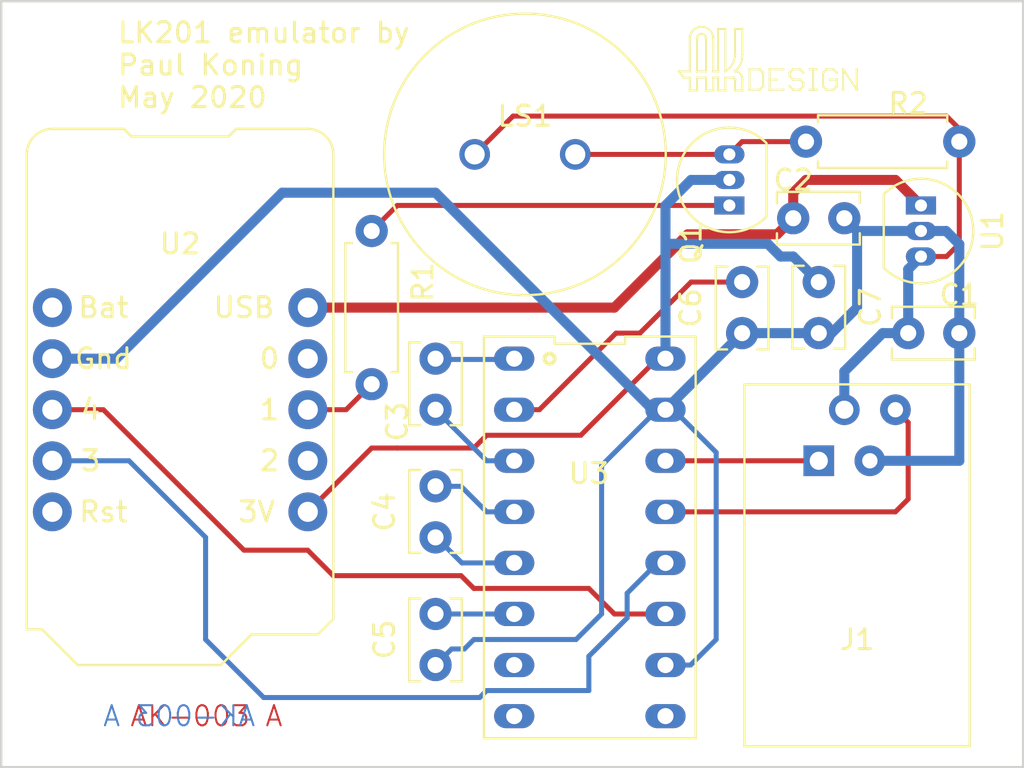
<source format=kicad_pcb>
(kicad_pcb (version 20171130) (host pcbnew "(5.1.6-0-10_14)")

  (general
    (thickness 1.6)
    (drawings 7)
    (tracks 118)
    (zones 0)
    (modules 19)
    (nets 25)
  )

  (page A4)
  (layers
    (0 F.Cu signal)
    (31 B.Cu signal)
    (32 B.Adhes user)
    (33 F.Adhes user)
    (34 B.Paste user)
    (35 F.Paste user)
    (36 B.SilkS user)
    (37 F.SilkS user)
    (38 B.Mask user)
    (39 F.Mask user)
    (40 Dwgs.User user hide)
    (41 Cmts.User user hide)
    (42 Eco1.User user hide)
    (43 Eco2.User user hide)
    (44 Edge.Cuts user)
    (45 Margin user)
    (46 B.CrtYd user hide)
    (47 F.CrtYd user hide)
    (48 B.Fab user hide)
    (49 F.Fab user hide)
  )

  (setup
    (last_trace_width 0.25)
    (user_trace_width 0.25)
    (user_trace_width 0.5)
    (trace_clearance 0.2)
    (zone_clearance 0.508)
    (zone_45_only no)
    (trace_min 0.1524)
    (via_size 0.8)
    (via_drill 0.4)
    (via_min_size 0.254)
    (via_min_drill 0.3)
    (uvia_size 0.3)
    (uvia_drill 0.1)
    (uvias_allowed no)
    (uvia_min_size 0.254)
    (uvia_min_drill 0.1)
    (edge_width 0.05)
    (segment_width 0.2)
    (pcb_text_width 0.3)
    (pcb_text_size 1.5 1.5)
    (mod_edge_width 0.12)
    (mod_text_size 1 1)
    (mod_text_width 0.15)
    (pad_size 1.524 1.524)
    (pad_drill 0.762)
    (pad_to_mask_clearance 0.051)
    (solder_mask_min_width 0.25)
    (aux_axis_origin 0 0)
    (visible_elements FFFFFF7F)
    (pcbplotparams
      (layerselection 0x010f0_ffffffff)
      (usegerberextensions false)
      (usegerberattributes false)
      (usegerberadvancedattributes false)
      (creategerberjobfile false)
      (excludeedgelayer true)
      (linewidth 0.100000)
      (plotframeref false)
      (viasonmask false)
      (mode 1)
      (useauxorigin false)
      (hpglpennumber 1)
      (hpglpenspeed 20)
      (hpglpendiameter 15.000000)
      (psnegative false)
      (psa4output false)
      (plotreference true)
      (plotvalue true)
      (plotinvisibletext false)
      (padsonsilk false)
      (subtractmaskfromsilk false)
      (outputformat 1)
      (mirror false)
      (drillshape 0)
      (scaleselection 1)
      (outputdirectory ""))
  )

  (net 0 "")
  (net 1 GND)
  (net 2 "Net-(C3-Pad2)")
  (net 3 "Net-(C4-Pad2)")
  (net 4 /V3_3)
  (net 5 "Net-(J1-Pad4)")
  (net 6 /V12)
  (net 7 "Net-(J1-Pad1)")
  (net 8 "Net-(U2-Pad9)")
  (net 9 "Net-(U2-Pad7)")
  (net 10 "Net-(U2-Pad5)")
  (net 11 "Net-(U2-Pad4)")
  (net 12 "Net-(U2-Pad3)")
  (net 13 "Net-(U2-Pad1)")
  (net 14 "Net-(U3-Pad8)")
  (net 15 "Net-(U3-Pad9)")
  (net 16 "Net-(U3-Pad7)")
  (net 17 /V5)
  (net 18 "Net-(C3-Pad1)")
  (net 19 "Net-(C4-Pad1)")
  (net 20 "Net-(C5-Pad2)")
  (net 21 "Net-(C6-Pad2)")
  (net 22 "Net-(LS1-Pad2)")
  (net 23 "Net-(R1-Pad1)")
  (net 24 "Net-(Q1-Pad1)")

  (net_class Default "This is the default net class."
    (clearance 0.2)
    (trace_width 0.25)
    (via_dia 0.8)
    (via_drill 0.4)
    (uvia_dia 0.3)
    (uvia_drill 0.1)
    (add_net /V12)
    (add_net /V3_3)
    (add_net /V5)
    (add_net GND)
    (add_net "Net-(C3-Pad1)")
    (add_net "Net-(C3-Pad2)")
    (add_net "Net-(C4-Pad1)")
    (add_net "Net-(C4-Pad2)")
    (add_net "Net-(C5-Pad2)")
    (add_net "Net-(C6-Pad2)")
    (add_net "Net-(J1-Pad1)")
    (add_net "Net-(J1-Pad4)")
    (add_net "Net-(LS1-Pad2)")
    (add_net "Net-(Q1-Pad1)")
    (add_net "Net-(R1-Pad1)")
    (add_net "Net-(U2-Pad1)")
    (add_net "Net-(U2-Pad3)")
    (add_net "Net-(U2-Pad4)")
    (add_net "Net-(U2-Pad5)")
    (add_net "Net-(U2-Pad7)")
    (add_net "Net-(U2-Pad9)")
    (add_net "Net-(U3-Pad7)")
    (add_net "Net-(U3-Pad8)")
    (add_net "Net-(U3-Pad9)")
  )

  (module LK201:R_Axial_DIN0207_L6.3mm_D2.5mm_P7.62mm_Horizontal (layer F.Cu) (tedit 5ECAB9C4) (tstamp 5ECABDE7)
    (at 47.625 -31.115 180)
    (descr "Resistor, Axial_DIN0207 series, Axial, Horizontal, pin pitch=7.62mm, 0.25W = 1/4W, length*diameter=6.3*2.5mm^2, http://cdn-reichelt.de/documents/datenblatt/B400/1_4W%23YAG.pdf")
    (tags "Resistor Axial_DIN0207 series Axial Horizontal pin pitch 7.62mm 0.25W = 1/4W length 6.3mm diameter 2.5mm")
    (path /5ECBBE28)
    (fp_text reference R2 (at 2.54 1.905) (layer F.SilkS)
      (effects (font (size 1 1) (thickness 0.15)))
    )
    (fp_text value 3.3k (at 3.81 2.31) (layer F.Fab)
      (effects (font (size 1 1) (thickness 0.15)))
    )
    (fp_line (start 0.66 -1.25) (end 0.66 1.25) (layer F.Fab) (width 0.1))
    (fp_line (start 0.66 1.25) (end 6.96 1.25) (layer F.Fab) (width 0.1))
    (fp_line (start 6.96 1.25) (end 6.96 -1.25) (layer F.Fab) (width 0.1))
    (fp_line (start 6.96 -1.25) (end 0.66 -1.25) (layer F.Fab) (width 0.1))
    (fp_line (start 0 0) (end 0.66 0) (layer F.Fab) (width 0.1))
    (fp_line (start 7.62 0) (end 6.96 0) (layer F.Fab) (width 0.1))
    (fp_line (start 0.6 -0.98) (end 0.6 -1.31) (layer F.SilkS) (width 0.12))
    (fp_line (start 0.6 -1.31) (end 7.02 -1.31) (layer F.SilkS) (width 0.12))
    (fp_line (start 7.02 -1.31) (end 7.02 -0.98) (layer F.SilkS) (width 0.12))
    (fp_line (start 0.6 0.98) (end 0.6 1.31) (layer F.SilkS) (width 0.12))
    (fp_line (start 0.6 1.31) (end 7.02 1.31) (layer F.SilkS) (width 0.12))
    (fp_line (start 7.02 1.31) (end 7.02 0.98) (layer F.SilkS) (width 0.12))
    (fp_line (start -1.05 -1.6) (end -1.05 1.6) (layer F.CrtYd) (width 0.05))
    (fp_line (start -1.05 1.6) (end 8.7 1.6) (layer F.CrtYd) (width 0.05))
    (fp_line (start 8.7 1.6) (end 8.7 -1.6) (layer F.CrtYd) (width 0.05))
    (fp_line (start 8.7 -1.6) (end -1.05 -1.6) (layer F.CrtYd) (width 0.05))
    (pad 1 thru_hole circle (at 0 0 180) (size 1.6 1.6) (drill 0.8) (layers *.Cu *.Mask)
      (net 6 /V12))
    (pad 2 thru_hole oval (at 7.62 0 180) (size 1.6 1.6) (drill 0.8) (layers *.Cu *.Mask)
      (net 22 "Net-(LS1-Pad2)"))
    (model ${KISYS3DMOD}/Resistor_THT.3dshapes/R_Axial_DIN0207_L6.3mm_D2.5mm_P7.62mm_Horizontal.step
      (at (xyz 0 0 0))
      (scale (xyz 1 1 1))
      (rotate (xyz 0 0 0))
    )
  )

  (module LK201:R_Axial_DIN0207_L6.3mm_D2.5mm_P7.62mm_Horizontal (layer F.Cu) (tedit 5ECAB9C4) (tstamp 5ECABDD1)
    (at 18.415 -19.05 90)
    (descr "Resistor, Axial_DIN0207 series, Axial, Horizontal, pin pitch=7.62mm, 0.25W = 1/4W, length*diameter=6.3*2.5mm^2, http://cdn-reichelt.de/documents/datenblatt/B400/1_4W%23YAG.pdf")
    (tags "Resistor Axial_DIN0207 series Axial Horizontal pin pitch 7.62mm 0.25W = 1/4W length 6.3mm diameter 2.5mm")
    (path /5ECBA5B0)
    (fp_text reference R1 (at 5.08 2.54 90) (layer F.SilkS)
      (effects (font (size 1 1) (thickness 0.15)))
    )
    (fp_text value 1k (at 3.81 2.31 90) (layer F.Fab)
      (effects (font (size 1 1) (thickness 0.15)))
    )
    (fp_line (start 0.66 -1.25) (end 0.66 1.25) (layer F.Fab) (width 0.1))
    (fp_line (start 0.66 1.25) (end 6.96 1.25) (layer F.Fab) (width 0.1))
    (fp_line (start 6.96 1.25) (end 6.96 -1.25) (layer F.Fab) (width 0.1))
    (fp_line (start 6.96 -1.25) (end 0.66 -1.25) (layer F.Fab) (width 0.1))
    (fp_line (start 0 0) (end 0.66 0) (layer F.Fab) (width 0.1))
    (fp_line (start 7.62 0) (end 6.96 0) (layer F.Fab) (width 0.1))
    (fp_line (start 0.6 -0.98) (end 0.6 -1.31) (layer F.SilkS) (width 0.12))
    (fp_line (start 0.6 -1.31) (end 7.02 -1.31) (layer F.SilkS) (width 0.12))
    (fp_line (start 7.02 -1.31) (end 7.02 -0.98) (layer F.SilkS) (width 0.12))
    (fp_line (start 0.6 0.98) (end 0.6 1.31) (layer F.SilkS) (width 0.12))
    (fp_line (start 0.6 1.31) (end 7.02 1.31) (layer F.SilkS) (width 0.12))
    (fp_line (start 7.02 1.31) (end 7.02 0.98) (layer F.SilkS) (width 0.12))
    (fp_line (start -1.05 -1.6) (end -1.05 1.6) (layer F.CrtYd) (width 0.05))
    (fp_line (start -1.05 1.6) (end 8.7 1.6) (layer F.CrtYd) (width 0.05))
    (fp_line (start 8.7 1.6) (end 8.7 -1.6) (layer F.CrtYd) (width 0.05))
    (fp_line (start 8.7 -1.6) (end -1.05 -1.6) (layer F.CrtYd) (width 0.05))
    (pad 1 thru_hole circle (at 0 0 90) (size 1.6 1.6) (drill 0.8) (layers *.Cu *.Mask)
      (net 23 "Net-(R1-Pad1)"))
    (pad 2 thru_hole oval (at 7.62 0 90) (size 1.6 1.6) (drill 0.8) (layers *.Cu *.Mask)
      (net 24 "Net-(Q1-Pad1)"))
    (model ${KISYS3DMOD}/Resistor_THT.3dshapes/R_Axial_DIN0207_L6.3mm_D2.5mm_P7.62mm_Horizontal.step
      (at (xyz 0 0 0))
      (scale (xyz 1 1 1))
      (rotate (xyz 0 0 0))
    )
  )

  (module LK201:TO-92_Inline_Narrow_Oval (layer F.Cu) (tedit 5EC9668E) (tstamp 5ECABDBB)
    (at 36.195 -27.94 90)
    (descr "TO-92 leads in-line, narrow, oval pads, drill 0.6mm (see NXP sot054_po.pdf)")
    (tags "to-92 sc-43 sc-43a sot54 PA33 transistor")
    (path /5ECB9074)
    (fp_text reference Q1 (at -1.905 -1.905 90) (layer F.SilkS)
      (effects (font (size 1 1) (thickness 0.15)))
    )
    (fp_text value 2N3904 (at 1.27 2.79 90) (layer F.Fab) hide
      (effects (font (size 1 1) (thickness 0.15)))
    )
    (fp_line (start -0.53 1.85) (end 3.07 1.85) (layer F.SilkS) (width 0.12))
    (fp_line (start -0.5 1.75) (end 3 1.75) (layer F.Fab) (width 0.1))
    (fp_line (start -1.46 -2.73) (end 4 -2.73) (layer F.CrtYd) (width 0.05))
    (fp_line (start -1.46 -2.73) (end -1.46 2.01) (layer F.CrtYd) (width 0.05))
    (fp_line (start 4 2.01) (end 4 -2.73) (layer F.CrtYd) (width 0.05))
    (fp_line (start 4 2.01) (end -1.46 2.01) (layer F.CrtYd) (width 0.05))
    (fp_text user %R (at 1.27 -3.56 90) (layer F.Fab) hide
      (effects (font (size 1 1) (thickness 0.15)))
    )
    (fp_arc (start 1.27 0) (end 1.27 -2.48) (angle 135) (layer F.Fab) (width 0.1))
    (fp_arc (start 1.27 0) (end 1.27 -2.6) (angle -135) (layer F.SilkS) (width 0.12))
    (fp_arc (start 1.27 0) (end 1.27 -2.48) (angle -135) (layer F.Fab) (width 0.1))
    (fp_arc (start 1.27 0) (end 1.27 -2.6) (angle 135) (layer F.SilkS) (width 0.12))
    (pad 2 thru_hole oval (at 1.27 0 270) (size 0.9 1.5) (drill 0.6) (layers *.Cu *.Mask)
      (net 4 /V3_3))
    (pad 3 thru_hole oval (at 2.54 0 270) (size 0.9 1.5) (drill 0.6) (layers *.Cu *.Mask)
      (net 22 "Net-(LS1-Pad2)"))
    (pad 1 thru_hole rect (at 0 0 270) (size 0.9 1.5) (drill 0.6) (layers *.Cu *.Mask)
      (net 24 "Net-(Q1-Pad1)"))
    (model ${KISYS3DMOD}/Package_TO_SOT_THT.3dshapes/TO-92L_Inline.step
      (offset (xyz 0 0 -1.5))
      (scale (xyz 1 1 1))
      (rotate (xyz 0 0 0))
    )
  )

  (module LK201:C_Rect_L4.0mm_W2.5mm_P2.54mm (layer F.Cu) (tedit 5EC69084) (tstamp 5EC970BD)
    (at 39.37 -27.305)
    (descr "C, Rect series, Radial, pin pitch=2.50mm, , length*width=4*2.5mm^2, Capacitor")
    (tags "C Rect series Radial pin pitch 2.50mm  length 4mm width 2.5mm Capacitor")
    (path /5EC9A360)
    (fp_text reference C2 (at 0 -1.905) (layer F.SilkS)
      (effects (font (size 1 1) (thickness 0.15)))
    )
    (fp_text value 0.1uF (at 1.25 2.56) (layer F.Fab)
      (effects (font (size 1 1) (thickness 0.15)))
    )
    (fp_line (start -0.75 -1.25) (end -0.75 1.25) (layer F.Fab) (width 0.1))
    (fp_line (start -0.75 1.25) (end 3.25 1.25) (layer F.Fab) (width 0.1))
    (fp_line (start 3.25 1.25) (end 3.25 -1.25) (layer F.Fab) (width 0.1))
    (fp_line (start 3.25 -1.25) (end -0.75 -1.25) (layer F.Fab) (width 0.1))
    (fp_line (start -0.81 -1.31) (end 3.31 -1.31) (layer F.SilkS) (width 0.12))
    (fp_line (start -0.81 1.31) (end 3.31 1.31) (layer F.SilkS) (width 0.12))
    (fp_line (start -0.81 -1.31) (end -0.81 -0.75) (layer F.SilkS) (width 0.12))
    (fp_line (start -0.81 0.75) (end -0.81 1.31) (layer F.SilkS) (width 0.12))
    (fp_line (start 3.31 -1.31) (end 3.31 -0.75) (layer F.SilkS) (width 0.12))
    (fp_line (start 3.31 0.75) (end 3.31 1.31) (layer F.SilkS) (width 0.12))
    (fp_line (start -1.1 -1.6) (end -1.1 1.6) (layer F.CrtYd) (width 0.05))
    (fp_line (start -1.1 1.6) (end 3.6 1.6) (layer F.CrtYd) (width 0.05))
    (fp_line (start 3.6 1.6) (end 3.6 -1.6) (layer F.CrtYd) (width 0.05))
    (fp_line (start 3.6 -1.6) (end -1.1 -1.6) (layer F.CrtYd) (width 0.05))
    (pad 1 thru_hole circle (at 0 0) (size 1.6 1.6) (drill 0.8) (layers *.Cu *.Mask)
      (net 17 /V5))
    (pad 2 thru_hole circle (at 2.54 0) (size 1.6 1.6) (drill 0.8) (layers *.Cu *.Mask)
      (net 1 GND))
    (model ${KISYS3DMOD}/Capacitor_THT.3dshapes/C_Rect_L4.0mm_W2.5mm_P2.50mm.step
      (at (xyz 0 0 0))
      (scale (xyz 1.016 1 0.5))
      (rotate (xyz 0 0 0))
    )
  )

  (module LK201:C_Rect_L4.0mm_W2.5mm_P2.54mm (layer F.Cu) (tedit 5EC69084) (tstamp 5EC970F6)
    (at 45.085 -21.59)
    (descr "C, Rect series, Radial, pin pitch=2.50mm, , length*width=4*2.5mm^2, Capacitor")
    (tags "C Rect series Radial pin pitch 2.50mm  length 4mm width 2.5mm Capacitor")
    (path /5EC9910A)
    (fp_text reference C1 (at 2.54 -1.905) (layer F.SilkS)
      (effects (font (size 1 1) (thickness 0.15)))
    )
    (fp_text value 0.1uF (at 1.25 2.56) (layer F.Fab)
      (effects (font (size 1 1) (thickness 0.15)))
    )
    (fp_line (start -0.75 -1.25) (end -0.75 1.25) (layer F.Fab) (width 0.1))
    (fp_line (start -0.75 1.25) (end 3.25 1.25) (layer F.Fab) (width 0.1))
    (fp_line (start 3.25 1.25) (end 3.25 -1.25) (layer F.Fab) (width 0.1))
    (fp_line (start 3.25 -1.25) (end -0.75 -1.25) (layer F.Fab) (width 0.1))
    (fp_line (start -0.81 -1.31) (end 3.31 -1.31) (layer F.SilkS) (width 0.12))
    (fp_line (start -0.81 1.31) (end 3.31 1.31) (layer F.SilkS) (width 0.12))
    (fp_line (start -0.81 -1.31) (end -0.81 -0.75) (layer F.SilkS) (width 0.12))
    (fp_line (start -0.81 0.75) (end -0.81 1.31) (layer F.SilkS) (width 0.12))
    (fp_line (start 3.31 -1.31) (end 3.31 -0.75) (layer F.SilkS) (width 0.12))
    (fp_line (start 3.31 0.75) (end 3.31 1.31) (layer F.SilkS) (width 0.12))
    (fp_line (start -1.1 -1.6) (end -1.1 1.6) (layer F.CrtYd) (width 0.05))
    (fp_line (start -1.1 1.6) (end 3.6 1.6) (layer F.CrtYd) (width 0.05))
    (fp_line (start 3.6 1.6) (end 3.6 -1.6) (layer F.CrtYd) (width 0.05))
    (fp_line (start 3.6 -1.6) (end -1.1 -1.6) (layer F.CrtYd) (width 0.05))
    (pad 1 thru_hole circle (at 0 0) (size 1.6 1.6) (drill 0.8) (layers *.Cu *.Mask)
      (net 6 /V12))
    (pad 2 thru_hole circle (at 2.54 0) (size 1.6 1.6) (drill 0.8) (layers *.Cu *.Mask)
      (net 1 GND))
    (model ${KISYS3DMOD}/Capacitor_THT.3dshapes/C_Rect_L4.0mm_W2.5mm_P2.50mm.step
      (at (xyz 0 0 0))
      (scale (xyz 1.016 1 0.5))
      (rotate (xyz 0 0 0))
    )
  )

  (module LK201:TO-92_Inline_Narrow_Oval (layer F.Cu) (tedit 5EC9668E) (tstamp 5EC41E3C)
    (at 45.72 -27.94 270)
    (descr "TO-92 leads in-line, narrow, oval pads, drill 0.6mm (see NXP sot054_po.pdf)")
    (tags "to-92 sc-43 sc-43a sot54 PA33 transistor")
    (path /5EC39C27)
    (fp_text reference U1 (at 1.27 -3.56 90) (layer F.SilkS)
      (effects (font (size 1 1) (thickness 0.15)))
    )
    (fp_text value L78L05 (at 1.27 2.79 90) (layer F.Fab) hide
      (effects (font (size 1 1) (thickness 0.15)))
    )
    (fp_line (start -0.53 1.85) (end 3.07 1.85) (layer F.SilkS) (width 0.12))
    (fp_line (start -0.5 1.75) (end 3 1.75) (layer F.Fab) (width 0.1))
    (fp_line (start -1.46 -2.73) (end 4 -2.73) (layer F.CrtYd) (width 0.05))
    (fp_line (start -1.46 -2.73) (end -1.46 2.01) (layer F.CrtYd) (width 0.05))
    (fp_line (start 4 2.01) (end 4 -2.73) (layer F.CrtYd) (width 0.05))
    (fp_line (start 4 2.01) (end -1.46 2.01) (layer F.CrtYd) (width 0.05))
    (fp_text user %R (at 1.27 -3.56 90) (layer F.Fab) hide
      (effects (font (size 1 1) (thickness 0.15)))
    )
    (fp_arc (start 1.27 0) (end 1.27 -2.48) (angle 135) (layer F.Fab) (width 0.1))
    (fp_arc (start 1.27 0) (end 1.27 -2.6) (angle -135) (layer F.SilkS) (width 0.12))
    (fp_arc (start 1.27 0) (end 1.27 -2.48) (angle -135) (layer F.Fab) (width 0.1))
    (fp_arc (start 1.27 0) (end 1.27 -2.6) (angle 135) (layer F.SilkS) (width 0.12))
    (pad 2 thru_hole oval (at 1.27 0 90) (size 0.9 1.5) (drill 0.6) (layers *.Cu *.Mask)
      (net 1 GND))
    (pad 3 thru_hole oval (at 2.54 0 90) (size 0.9 1.5) (drill 0.6) (layers *.Cu *.Mask)
      (net 6 /V12))
    (pad 1 thru_hole rect (at 0 0 90) (size 0.9 1.5) (drill 0.6) (layers *.Cu *.Mask)
      (net 17 /V5))
    (model ${KISYS3DMOD}/Package_TO_SOT_THT.3dshapes/TO-92L_Inline.step
      (offset (xyz 0 0 -1.5))
      (scale (xyz 1 1 1))
      (rotate (xyz 0 0 0))
    )
  )

  (module LK201:AK_Design_9mm (layer F.Cu) (tedit 5EC6EF5E) (tstamp 5EC6F4BB)
    (at 33.655 -33.655)
    (fp_text reference REF** (at 0 0.5) (layer F.SilkS) hide
      (effects (font (size 1 1) (thickness 0.15)))
    )
    (fp_text value AK_Design_9mm (at 0 -0.5) (layer F.Fab) hide
      (effects (font (size 1 1) (thickness 0.15)))
    )
    (fp_line (start 0.573643 -0.644323) (end 0.573643 -0.006628) (layer F.SilkS) (width 0.099998))
    (fp_line (start 0.272843 -0.644323) (end 0.573643 -0.644323) (layer F.SilkS) (width 0.099998))
    (fp_line (start 6.536863 -0.042724) (end 6.874042 -0.042724) (layer F.SilkS) (width 0.099998))
    (fp_line (start 5.708314 -0.042724) (end 5.539724 -0.211314) (layer F.SilkS) (width 0.099998))
    (fp_line (start 6.045541 -0.042724) (end 5.708314 -0.042724) (layer F.SilkS) (width 0.099998))
    (fp_line (start 6.214131 -0.211314) (end 6.045541 -0.042724) (layer F.SilkS) (width 0.099998))
    (fp_line (start 6.214131 -0.379904) (end 6.214131 -0.211314) (layer F.SilkS) (width 0.099998))
    (fp_line (start 6.045541 -0.548494) (end 6.214131 -0.379904) (layer F.SilkS) (width 0.099998))
    (fp_line (start 5.708314 -0.548494) (end 6.045541 -0.548494) (layer F.SilkS) (width 0.099998))
    (fp_line (start 5.539724 -0.717084) (end 5.708314 -0.548494) (layer F.SilkS) (width 0.099998))
    (fp_line (start 5.539724 -0.885674) (end 5.539724 -0.717084) (layer F.SilkS) (width 0.099998))
    (fp_line (start 5.216992 -1.054263) (end 4.542633 -1.054263) (layer F.SilkS) (width 0.099998))
    (fp_line (start 4.051311 -1.054263) (end 3.545542 -1.054263) (layer F.SilkS) (width 0.099998))
    (fp_line (start 4.219901 -0.885674) (end 4.051311 -1.054263) (layer F.SilkS) (width 0.099998))
    (fp_line (start 4.219901 -0.211314) (end 4.219901 -0.885674) (layer F.SilkS) (width 0.099998))
    (fp_line (start 4.051311 -0.042724) (end 4.219901 -0.211314) (layer F.SilkS) (width 0.099998))
    (fp_line (start 3.545542 -0.042724) (end 4.051311 -0.042724) (layer F.SilkS) (width 0.099998))
    (fp_line (start 3.545542 -1.054263) (end 3.545542 -0.042724) (layer F.SilkS) (width 0.099998))
    (fp_line (start 0.934602 -2.59952) (end 0.934602 -2.6296) (layer F.SilkS) (width 0.099998))
    (fp_line (start 0.934602 -0.957155) (end 0.934602 -2.59952) (layer F.SilkS) (width 0.099998))
    (fp_line (start 8.873056 -0.042724) (end 8.873056 -1.054263) (layer F.SilkS) (width 0.099998))
    (fp_line (start 8.198697 -1.054263) (end 8.873056 -0.042724) (layer F.SilkS) (width 0.099998))
    (fp_line (start 8.198697 -0.042724) (end 8.198697 -1.054263) (layer F.SilkS) (width 0.099998))
    (fp_line (start 7.875965 -0.548494) (end 7.538738 -0.548494) (layer F.SilkS) (width 0.099998))
    (fp_line (start 7.875965 -0.211314) (end 7.875965 -0.548494) (layer F.SilkS) (width 0.099998))
    (fp_line (start 7.707328 -0.042724) (end 7.875965 -0.211314) (layer F.SilkS) (width 0.099998))
    (fp_line (start 7.370148 -0.042724) (end 7.707328 -0.042724) (layer F.SilkS) (width 0.099998))
    (fp_line (start 7.201558 -0.211314) (end 7.370148 -0.042724) (layer F.SilkS) (width 0.099998))
    (fp_line (start 7.201558 -0.885674) (end 7.201558 -0.211314) (layer F.SilkS) (width 0.099998))
    (fp_line (start 7.370148 -1.054263) (end 7.201558 -0.885674) (layer F.SilkS) (width 0.099998))
    (fp_line (start 7.707328 -1.054263) (end 7.370148 -1.054263) (layer F.SilkS) (width 0.099998))
    (fp_line (start 2.342344 -0.644323) (end 2.727367 -0.644323) (layer F.SilkS) (width 0.099998))
    (fp_line (start 2.342344 -0.006628) (end 2.342344 -0.644323) (layer F.SilkS) (width 0.099998))
    (fp_line (start 1.981384 -0.006628) (end 2.342344 -0.006628) (layer F.SilkS) (width 0.099998))
    (fp_line (start 4.542633 -0.042724) (end 5.216992 -0.042724) (layer F.SilkS) (width 0.099998))
    (fp_line (start 4.542633 -1.054263) (end 4.542633 -0.042724) (layer F.SilkS) (width 0.099998))
    (fp_line (start 3.184582 -1.799393) (end 3.184582 -3.062751) (layer F.SilkS) (width 0.099998))
    (fp_line (start 6.705452 -0.042724) (end 6.705452 -1.054263) (layer F.SilkS) (width 0.099998))
    (fp_line (start 3.184582 -3.062751) (end 2.823623 -3.062751) (layer F.SilkS) (width 0.099998))
    (fp_line (start 0.573643 -2.59952) (end 0.573643 -0.957155) (layer F.SilkS) (width 0.099998))
    (fp_line (start 5.708314 -1.054263) (end 5.539724 -0.885674) (layer F.SilkS) (width 0.099998))
    (fp_line (start 6.045541 -1.054263) (end 5.708314 -1.054263) (layer F.SilkS) (width 0.099998))
    (fp_line (start 6.214131 -0.885674) (end 6.045541 -1.054263) (layer F.SilkS) (width 0.099998))
    (fp_line (start 4.542633 -0.548494) (end 4.879813 -0.548494) (layer F.SilkS) (width 0.099998))
    (fp_line (start 1.981384 -0.644323) (end 1.981384 -0.006628) (layer F.SilkS) (width 0.099998))
    (fp_line (start 1.740745 -0.644323) (end 1.981384 -0.644323) (layer F.SilkS) (width 0.099998))
    (fp_line (start 1.740745 -0.006628) (end 1.740745 -0.644323) (layer F.SilkS) (width 0.099998))
    (fp_line (start 2.342344 -3.062751) (end 1.981384 -3.062751) (layer F.SilkS) (width 0.099998))
    (fp_line (start 2.342344 -0.957155) (end 2.342344 -3.062751) (layer F.SilkS) (width 0.099998))
    (fp_line (start 0.573643 -0.006628) (end 0.934602 -0.006628) (layer F.SilkS) (width 0.099998))
    (fp_line (start 0.032204 -0.957155) (end 0.272843 -0.644323) (layer F.SilkS) (width 0.099998))
    (fp_line (start 0.573643 -0.957155) (end 0.032204 -0.957155) (layer F.SilkS) (width 0.099998))
    (fp_line (start 1.379785 -0.957155) (end 0.934602 -0.957155) (layer F.SilkS) (width 0.099998))
    (fp_line (start 1.379785 -2.59952) (end 1.379785 -0.957155) (layer F.SilkS) (width 0.099998))
    (fp_line (start 1.379785 -2.617568) (end 1.379785 -2.59952) (layer F.SilkS) (width 0.099998))
    (fp_line (start 1.740745 -0.957155) (end 1.740745 -2.59952) (layer F.SilkS) (width 0.099998))
    (fp_line (start 0.934602 -0.006628) (end 0.934602 -0.644323) (layer F.SilkS) (width 0.099998))
    (fp_line (start 1.981384 -0.957155) (end 1.740745 -0.957155) (layer F.SilkS) (width 0.099998))
    (fp_line (start 1.981384 -3.062751) (end 1.981384 -0.957155) (layer F.SilkS) (width 0.099998))
    (fp_line (start 1.379785 -0.006628) (end 1.740745 -0.006628) (layer F.SilkS) (width 0.099998))
    (fp_line (start 1.379785 -0.644323) (end 1.379785 -0.006628) (layer F.SilkS) (width 0.099998))
    (fp_line (start 0.934602 -0.644323) (end 1.379785 -0.644323) (layer F.SilkS) (width 0.099998))
    (fp_line (start 2.823623 -3.062751) (end 2.823623 -1.787362) (layer F.SilkS) (width 0.099998))
    (fp_line (start 7.875965 -0.885674) (end 7.707328 -1.054263) (layer F.SilkS) (width 0.099998))
    (fp_line (start 6.536863 -1.054263) (end 6.874042 -1.054263) (layer F.SilkS) (width 0.099998))
    (fp_line (start 3.184582 -0.006628) (end 3.184582 -0.5601) (layer F.SilkS) (width 0.099998))
    (fp_line (start 2.823623 -0.006628) (end 3.184582 -0.006628) (layer F.SilkS) (width 0.099998))
    (fp_line (start 2.823623 -0.548068) (end 2.823623 -0.006628) (layer F.SilkS) (width 0.099998))
    (fp_arc (start 0.272843 -0.644347) (end 0.272843 -0.659387) (angle -180) (layer F.SilkS) (width 0.099998))
    (fp_arc (start 0.573643 -0.644347) (end 0.573643 -0.629307) (angle -180) (layer F.SilkS) (width 0.099998))
    (fp_arc (start 6.536863 -0.042724) (end 6.536863 -0.060772) (angle -180) (layer F.SilkS) (width 0.099998))
    (fp_arc (start 6.874042 -0.042724) (end 6.874042 -0.024676) (angle -180) (layer F.SilkS) (width 0.099998))
    (fp_arc (start 5.708338 -0.042724) (end 5.695571 -0.029982) (angle -180) (layer F.SilkS) (width 0.099998))
    (fp_arc (start 5.539748 -0.211314) (end 5.552514 -0.224057) (angle -180) (layer F.SilkS) (width 0.099998))
    (fp_arc (start 6.045541 -0.042724) (end 6.045541 -0.024676) (angle -180) (layer F.SilkS) (width 0.099998))
    (fp_arc (start 5.708314 -0.042724) (end 5.708314 -0.060772) (angle -180) (layer F.SilkS) (width 0.099998))
    (fp_arc (start 6.214107 -0.211314) (end 6.226873 -0.198572) (angle -180) (layer F.SilkS) (width 0.099998))
    (fp_arc (start 6.045517 -0.042724) (end 6.032751 -0.055467) (angle -180) (layer F.SilkS) (width 0.099998))
    (fp_arc (start 6.214131 -0.379904) (end 6.232179 -0.379904) (angle -180) (layer F.SilkS) (width 0.099998))
    (fp_arc (start 6.214131 -0.211314) (end 6.196083 -0.211314) (angle -180) (layer F.SilkS) (width 0.099998))
    (fp_arc (start 6.045517 -0.548518) (end 6.058284 -0.561284) (angle -180) (layer F.SilkS) (width 0.099998))
    (fp_arc (start 6.214107 -0.379904) (end 6.201341 -0.367162) (angle -180) (layer F.SilkS) (width 0.099998))
    (fp_arc (start 5.708314 -0.548494) (end 5.708314 -0.566542) (angle -180) (layer F.SilkS) (width 0.099998))
    (fp_arc (start 6.045541 -0.548494) (end 6.045541 -0.530446) (angle -180) (layer F.SilkS) (width 0.099998))
    (fp_arc (start 5.539748 -0.717107) (end 5.552514 -0.729874) (angle -180) (layer F.SilkS) (width 0.099998))
    (fp_arc (start 5.708338 -0.548518) (end 5.695571 -0.535751) (angle -180) (layer F.SilkS) (width 0.099998))
    (fp_arc (start 5.539724 -0.885674) (end 5.557772 -0.885674) (angle -180) (layer F.SilkS) (width 0.099998))
    (fp_arc (start 5.539724 -0.717084) (end 5.521676 -0.717084) (angle -180) (layer F.SilkS) (width 0.099998))
    (fp_arc (start 5.708338 -1.054287) (end 5.721104 -1.041521) (angle -180) (layer F.SilkS) (width 0.099998))
    (fp_arc (start 5.539748 -0.885697) (end 5.526982 -0.898463) (angle -180) (layer F.SilkS) (width 0.099998))
    (fp_arc (start 4.542633 -1.054263) (end 4.542633 -1.072311) (angle -180) (layer F.SilkS) (width 0.099998))
    (fp_arc (start 4.051311 -1.054263) (end 4.051311 -1.036215) (angle -180) (layer F.SilkS) (width 0.099998))
    (fp_arc (start 3.545542 -1.054263) (end 3.545542 -1.072311) (angle -180) (layer F.SilkS) (width 0.099998))
    (fp_arc (start 4.219925 -0.885697) (end 4.207159 -0.872931) (angle -180) (layer F.SilkS) (width 0.099998))
    (fp_arc (start 4.051335 -1.054287) (end 4.064101 -1.067053) (angle -180) (layer F.SilkS) (width 0.099998))
    (fp_arc (start 4.219901 -0.211314) (end 4.201853 -0.211314) (angle -180) (layer F.SilkS) (width 0.099998))
    (fp_arc (start 4.219901 -0.885674) (end 4.237949 -0.885674) (angle -180) (layer F.SilkS) (width 0.099998))
    (fp_arc (start 4.051335 -0.042724) (end 4.038569 -0.055467) (angle -180) (layer F.SilkS) (width 0.099998))
    (fp_arc (start 4.219925 -0.211314) (end 4.232691 -0.198572) (angle -180) (layer F.SilkS) (width 0.099998))
    (fp_arc (start 3.545542 -0.042724) (end 3.545542 -0.060772) (angle -180) (layer F.SilkS) (width 0.099998))
    (fp_arc (start 4.051311 -0.042724) (end 4.051311 -0.024676) (angle -180) (layer F.SilkS) (width 0.099998))
    (fp_arc (start 3.545542 -1.054263) (end 3.56359 -1.054263) (angle -180) (layer F.SilkS) (width 0.099998))
    (fp_arc (start 3.545542 -0.042724) (end 3.527494 -0.042724) (angle -180) (layer F.SilkS) (width 0.099998))
    (fp_arc (start 0.934626 -2.59952) (end 0.919586 -2.59952) (angle -180) (layer F.SilkS) (width 0.099998))
    (fp_arc (start 0.934626 -2.6296) (end 0.949666 -2.6296) (angle -180) (layer F.SilkS) (width 0.099998))
    (fp_arc (start 0.934626 -0.957155) (end 0.919586 -0.957155) (angle -180) (layer F.SilkS) (width 0.099998))
    (fp_arc (start 0.934626 -2.59952) (end 0.949666 -2.59952) (angle -180) (layer F.SilkS) (width 0.099998))
    (fp_arc (start 1.379785 -0.957155) (end 1.379785 -0.942091) (angle -180) (layer F.SilkS) (width 0.099998))
    (fp_arc (start 0.934602 -0.957155) (end 0.934602 -0.972219) (angle -180) (layer F.SilkS) (width 0.099998))
    (fp_arc (start 8.873056 -0.042724) (end 8.855008 -0.042724) (angle -180) (layer F.SilkS) (width 0.099998))
    (fp_arc (start 8.873056 -1.054263) (end 8.891104 -1.054263) (angle -180) (layer F.SilkS) (width 0.099998))
    (fp_arc (start 8.198697 -1.054287) (end 8.213713 -1.064306) (angle -180) (layer F.SilkS) (width 0.099998))
    (fp_arc (start 8.873056 -0.042724) (end 8.85804 -0.032729) (angle -180) (layer F.SilkS) (width 0.099998))
    (fp_arc (start 8.198697 -0.042724) (end 8.180649 -0.042724) (angle -180) (layer F.SilkS) (width 0.099998))
    (fp_arc (start 8.198697 -1.054263) (end 8.216745 -1.054263) (angle -180) (layer F.SilkS) (width 0.099998))
    (fp_arc (start 7.875965 -0.548494) (end 7.875965 -0.530446) (angle -180) (layer F.SilkS) (width 0.099998))
    (fp_arc (start 7.538738 -0.548494) (end 7.538738 -0.566542) (angle -180) (layer F.SilkS) (width 0.099998))
    (fp_arc (start 7.875965 -0.211314) (end 7.857917 -0.211314) (angle -180) (layer F.SilkS) (width 0.099998))
    (fp_arc (start 7.875965 -0.548494) (end 7.894013 -0.548494) (angle -180) (layer F.SilkS) (width 0.099998))
    (fp_arc (start 7.707352 -0.042724) (end 7.694585 -0.055467) (angle -180) (layer F.SilkS) (width 0.099998))
    (fp_arc (start 7.875941 -0.211314) (end 7.888708 -0.198572) (angle -180) (layer F.SilkS) (width 0.099998))
    (fp_arc (start 7.370148 -0.042724) (end 7.370148 -0.060772) (angle -180) (layer F.SilkS) (width 0.099998))
    (fp_arc (start 7.707328 -0.042724) (end 7.707328 -0.024676) (angle -180) (layer F.SilkS) (width 0.099998))
    (fp_arc (start 7.201582 -0.211314) (end 7.214348 -0.224057) (angle -180) (layer F.SilkS) (width 0.099998))
    (fp_arc (start 7.370172 -0.042724) (end 7.357406 -0.029982) (angle -180) (layer F.SilkS) (width 0.099998))
    (fp_arc (start 7.201558 -0.885674) (end 7.219606 -0.885674) (angle -180) (layer F.SilkS) (width 0.099998))
    (fp_arc (start 7.201558 -0.211314) (end 7.18351 -0.211314) (angle -180) (layer F.SilkS) (width 0.099998))
    (fp_arc (start 7.370172 -1.054287) (end 7.382938 -1.041521) (angle -180) (layer F.SilkS) (width 0.099998))
    (fp_arc (start 7.201582 -0.885697) (end 7.188816 -0.898463) (angle -180) (layer F.SilkS) (width 0.099998))
    (fp_arc (start 7.707328 -1.054263) (end 7.707328 -1.036215) (angle -180) (layer F.SilkS) (width 0.099998))
    (fp_arc (start 7.370148 -1.054263) (end 7.370148 -1.072311) (angle -180) (layer F.SilkS) (width 0.099998))
    (fp_arc (start 7.875941 -0.885697) (end 7.863175 -0.872931) (angle -180) (layer F.SilkS) (width 0.099998))
    (fp_arc (start 2.823623 -0.548068) (end 2.808607 -0.548068) (angle -180) (layer F.SilkS) (width 0.099998))
    (fp_arc (start 2.727365 -0.548065) (end 2.823623 -0.548068) (angle -89.99734692) (layer F.SilkS) (width 0.099998))
    (fp_arc (start 2.342344 -0.644347) (end 2.342344 -0.659387) (angle -180) (layer F.SilkS) (width 0.099998))
    (fp_arc (start 2.727367 -0.644347) (end 2.727367 -0.629307) (angle -180) (layer F.SilkS) (width 0.099998))
    (fp_arc (start 2.342344 -0.006628) (end 2.327328 -0.006628) (angle -180) (layer F.SilkS) (width 0.099998))
    (fp_arc (start 2.342344 -0.644323) (end 2.35736 -0.644323) (angle -180) (layer F.SilkS) (width 0.099998))
    (fp_arc (start 1.981384 -0.006628) (end 1.981384 -0.021692) (angle -180) (layer F.SilkS) (width 0.099998))
    (fp_arc (start 2.342344 -0.006628) (end 2.342344 0.008435) (angle -180) (layer F.SilkS) (width 0.099998))
    (fp_arc (start 1.981384 -0.644323) (end 1.996401 -0.644323) (angle -180) (layer F.SilkS) (width 0.099998))
    (fp_arc (start 1.981384 -0.006628) (end 1.966368 -0.006628) (angle -180) (layer F.SilkS) (width 0.099998))
    (fp_arc (start 2.823623 -1.787361) (end 2.838639 -1.787125) (angle -180) (layer F.SilkS) (width 0.099998))
    (fp_arc (start 2.342344 -0.957155) (end 2.33467 -0.970087) (angle -180) (layer F.SilkS) (width 0.099998))
    (fp_arc (start 1.838671 -1.803744) (end 2.342344 -0.957155) (angle -58.29686479) (layer F.SilkS) (width 0.099998))
    (fp_arc (start 5.216992 -0.042724) (end 5.216992 -0.024676) (angle -180) (layer F.SilkS) (width 0.099998))
    (fp_arc (start 4.542633 -1.054263) (end 4.560681 -1.054263) (angle -180) (layer F.SilkS) (width 0.099998))
    (fp_arc (start 4.542633 -0.042724) (end 4.524585 -0.042724) (angle -180) (layer F.SilkS) (width 0.099998))
    (fp_arc (start 5.216992 -1.054263) (end 5.216992 -1.036215) (angle -180) (layer F.SilkS) (width 0.099998))
    (fp_arc (start 1.740745 -2.59952) (end 1.725729 -2.59952) (angle -180) (layer F.SilkS) (width 0.099998))
    (fp_arc (start 1.157194 -2.59952) (end 1.740745 -2.59952) (angle -180) (layer F.SilkS) (width 0.099998))
    (fp_arc (start 3.184582 -1.799393) (end 3.199599 -1.800151) (angle -180) (layer F.SilkS) (width 0.099998))
    (fp_arc (start 2.823623 -0.957155) (end 2.813817 -0.968571) (angle -180) (layer F.SilkS) (width 0.099998))
    (fp_arc (start 2.144543 -1.746657) (end 2.823623 -0.957155) (angle -52.2027069) (layer F.SilkS) (width 0.099998))
    (fp_arc (start 2.823623 -0.957155) (end 2.824334 -0.972171) (angle -180) (layer F.SilkS) (width 0.099998))
    (fp_arc (start 3.184582 -0.5601) (end 3.169566 -0.56081) (angle -180) (layer F.SilkS) (width 0.099998))
    (fp_arc (start 6.705452 -0.042724) (end 6.687404 -0.042724) (angle -180) (layer F.SilkS) (width 0.099998))
    (fp_arc (start 6.705452 -1.054263) (end 6.7235 -1.054263) (angle -180) (layer F.SilkS) (width 0.099998))
    (fp_arc (start 3.184606 -1.799393) (end 3.169566 -1.799393) (angle -180) (layer F.SilkS) (width 0.099998))
    (fp_arc (start 3.184606 -3.062751) (end 3.199646 -3.062751) (angle -180) (layer F.SilkS) (width 0.099998))
    (fp_arc (start 0.573666 -0.957155) (end 0.558627 -0.957155) (angle -180) (layer F.SilkS) (width 0.099998))
    (fp_arc (start 0.934626 -2.59952) (end 0.919586 -2.59952) (angle -180) (layer F.SilkS) (width 0.099998))
    (fp_arc (start 1.379809 -2.59952) (end 1.364769 -2.59952) (angle -180) (layer F.SilkS) (width 0.099998))
    (fp_arc (start 1.157194 -2.59952) (end 1.379785 -2.59952) (angle -180) (layer F.SilkS) (width 0.099998))
    (fp_arc (start 0.573666 -2.59952) (end 0.558627 -2.59952) (angle -180) (layer F.SilkS) (width 0.099998))
    (fp_arc (start 6.045541 -1.054263) (end 6.045541 -1.036215) (angle -180) (layer F.SilkS) (width 0.099998))
    (fp_arc (start 5.708314 -1.054263) (end 5.708314 -1.072311) (angle -180) (layer F.SilkS) (width 0.099998))
    (fp_arc (start 6.214107 -0.885697) (end 6.201341 -0.872931) (angle -180) (layer F.SilkS) (width 0.099998))
    (fp_arc (start 6.045517 -1.054287) (end 6.058284 -1.067053) (angle -180) (layer F.SilkS) (width 0.099998))
    (fp_arc (start 4.542633 -0.548494) (end 4.542633 -0.566542) (angle -180) (layer F.SilkS) (width 0.099998))
    (fp_arc (start 4.879813 -0.548494) (end 4.879813 -0.530446) (angle -180) (layer F.SilkS) (width 0.099998))
    (fp_arc (start 4.542633 -0.042724) (end 4.542633 -0.060772) (angle -180) (layer F.SilkS) (width 0.099998))
    (fp_arc (start 1.740745 -0.644347) (end 1.740745 -0.659387) (angle -180) (layer F.SilkS) (width 0.099998))
    (fp_arc (start 1.981384 -0.644347) (end 1.981384 -0.629307) (angle -180) (layer F.SilkS) (width 0.099998))
    (fp_arc (start 1.740745 -0.006628) (end 1.725729 -0.006628) (angle -180) (layer F.SilkS) (width 0.099998))
    (fp_arc (start 1.740745 -0.644323) (end 1.755761 -0.644323) (angle -180) (layer F.SilkS) (width 0.099998))
    (fp_arc (start 1.379785 -0.006628) (end 1.379785 -0.021692) (angle -180) (layer F.SilkS) (width 0.099998))
    (fp_arc (start 2.342344 -3.062751) (end 2.342344 -3.047735) (angle -180) (layer F.SilkS) (width 0.099998))
    (fp_arc (start 1.981384 -3.062751) (end 1.981384 -3.077768) (angle -180) (layer F.SilkS) (width 0.099998))
    (fp_arc (start 2.342344 -0.957155) (end 2.327328 -0.957155) (angle -180) (layer F.SilkS) (width 0.099998))
    (fp_arc (start 2.342344 -3.062751) (end 2.35736 -3.062751) (angle -180) (layer F.SilkS) (width 0.099998))
    (fp_arc (start 0.934602 -0.006628) (end 0.934602 0.008435) (angle -180) (layer F.SilkS) (width 0.099998))
    (fp_arc (start 0.573666 -0.644323) (end 0.588706 -0.644323) (angle -180) (layer F.SilkS) (width 0.099998))
    (fp_arc (start 0.573666 -0.006628) (end 0.558627 -0.006628) (angle -180) (layer F.SilkS) (width 0.099998))
    (fp_arc (start 0.032204 -0.957155) (end 0.044141 -0.966345) (angle -180) (layer F.SilkS) (width 0.099998))
    (fp_arc (start 0.272843 -0.644323) (end 0.260906 -0.635134) (angle -180) (layer F.SilkS) (width 0.099998))
    (fp_arc (start 0.573643 -0.957155) (end 0.573643 -0.942091) (angle -180) (layer F.SilkS) (width 0.099998))
    (fp_arc (start 0.032204 -0.957155) (end 0.032204 -0.972219) (angle -180) (layer F.SilkS) (width 0.099998))
    (fp_arc (start 0.573666 -2.59952) (end 0.588706 -2.59952) (angle -180) (layer F.SilkS) (width 0.099998))
    (fp_arc (start 1.379809 -2.59952) (end 1.394849 -2.59952) (angle -180) (layer F.SilkS) (width 0.099998))
    (fp_arc (start 1.379809 -0.957155) (end 1.364769 -0.957155) (angle -180) (layer F.SilkS) (width 0.099998))
    (fp_arc (start 1.379809 -2.617568) (end 1.394849 -2.617568) (angle -180) (layer F.SilkS) (width 0.099998))
    (fp_arc (start 1.379809 -2.59952) (end 1.364769 -2.59952) (angle -180) (layer F.SilkS) (width 0.099998))
    (fp_arc (start 1.740745 -0.957155) (end 1.725729 -0.957155) (angle -180) (layer F.SilkS) (width 0.099998))
    (fp_arc (start 1.740745 -2.59952) (end 1.755761 -2.59952) (angle -180) (layer F.SilkS) (width 0.099998))
    (fp_arc (start 1.981384 -0.957155) (end 1.981384 -0.942091) (angle -180) (layer F.SilkS) (width 0.099998))
    (fp_arc (start 0.934626 -0.644323) (end 0.949666 -0.644323) (angle -180) (layer F.SilkS) (width 0.099998))
    (fp_arc (start 0.573643 -0.006628) (end 0.573643 -0.021692) (angle -180) (layer F.SilkS) (width 0.099998))
    (fp_arc (start 1.740745 -0.957155) (end 1.740745 -0.972219) (angle -180) (layer F.SilkS) (width 0.099998))
    (fp_arc (start 1.981384 -3.062751) (end 1.996401 -3.062751) (angle -180) (layer F.SilkS) (width 0.099998))
    (fp_arc (start 1.981384 -0.957155) (end 1.966368 -0.957155) (angle -180) (layer F.SilkS) (width 0.099998))
    (fp_arc (start 1.740745 -0.006628) (end 1.740745 0.008435) (angle -180) (layer F.SilkS) (width 0.099998))
    (fp_arc (start 1.379809 -0.644323) (end 1.394849 -0.644323) (angle -180) (layer F.SilkS) (width 0.099998))
    (fp_arc (start 1.379809 -0.006628) (end 1.364769 -0.006628) (angle -180) (layer F.SilkS) (width 0.099998))
    (fp_arc (start 0.934602 -0.644347) (end 0.934602 -0.659387) (angle -180) (layer F.SilkS) (width 0.099998))
    (fp_arc (start 1.379785 -0.644347) (end 1.379785 -0.629307) (angle -180) (layer F.SilkS) (width 0.099998))
    (fp_arc (start 0.934626 -0.006628) (end 0.919586 -0.006628) (angle -180) (layer F.SilkS) (width 0.099998))
    (fp_arc (start 2.823623 -3.062751) (end 2.838639 -3.062751) (angle -180) (layer F.SilkS) (width 0.099998))
    (fp_arc (start 2.823623 -1.787362) (end 2.808607 -1.787362) (angle -180) (layer F.SilkS) (width 0.099998))
    (fp_arc (start 3.184582 -3.062751) (end 3.184582 -3.047735) (angle -180) (layer F.SilkS) (width 0.099998))
    (fp_arc (start 2.823623 -3.062751) (end 2.823623 -3.077768) (angle -180) (layer F.SilkS) (width 0.099998))
    (fp_arc (start 7.707352 -1.054287) (end 7.720118 -1.067053) (angle -180) (layer F.SilkS) (width 0.099998))
    (fp_arc (start 6.536863 -1.054263) (end 6.536863 -1.072311) (angle -180) (layer F.SilkS) (width 0.099998))
    (fp_arc (start 6.874042 -1.054263) (end 6.874042 -1.036215) (angle -180) (layer F.SilkS) (width 0.099998))
    (fp_arc (start 2.805566 -0.578139) (end 3.184582 -0.5601) (angle -89.99734692) (layer F.SilkS) (width 0.099998))
    (fp_arc (start 3.184606 -0.006628) (end 3.169566 -0.006628) (angle -180) (layer F.SilkS) (width 0.099998))
    (fp_arc (start 3.184606 -0.5601) (end 3.199646 -0.5601) (angle -180) (layer F.SilkS) (width 0.099998))
    (fp_arc (start 2.823623 -0.006628) (end 2.823623 -0.021692) (angle -180) (layer F.SilkS) (width 0.099998))
    (fp_arc (start 3.184582 -0.006628) (end 3.184582 0.008435) (angle -180) (layer F.SilkS) (width 0.099998))
    (fp_arc (start 2.823623 -0.548068) (end 2.838639 -0.548068) (angle -180) (layer F.SilkS) (width 0.099998))
    (fp_arc (start 2.823623 -0.006628) (end 2.808607 -0.006628) (angle -180) (layer F.SilkS) (width 0.099998))
    (fp_arc (start 2.727367 -0.644347) (end 2.727367 -0.659387) (angle -180) (layer F.SilkS) (width 0.099998))
  )

  (module Mounting_Holes:MountingHole_2.2mm_M2 (layer F.Cu) (tedit 56D1B4CB) (tstamp 5EC6E9C6)
    (at 2.54 -2.54)
    (descr "Mounting Hole 2.2mm, no annular, M2")
    (tags "mounting hole 2.2mm no annular m2")
    (attr virtual)
    (fp_text reference REF** (at 0 -4.2) (layer F.SilkS) hide
      (effects (font (size 1 1) (thickness 0.15)))
    )
    (fp_text value MountingHole_2.2mm_M2 (at 0 4.2) (layer F.Fab) hide
      (effects (font (size 1 1) (thickness 0.15)))
    )
    (fp_circle (center 0 0) (end 2.2 0) (layer Cmts.User) (width 0.15))
    (fp_circle (center 0 0) (end 2.45 0) (layer F.CrtYd) (width 0.05))
    (fp_text user %R (at 0.3 0) (layer F.Fab) hide
      (effects (font (size 1 1) (thickness 0.15)))
    )
    (pad 1 np_thru_hole circle (at 0 0) (size 2.2 2.2) (drill 2.2) (layers *.Cu *.Mask))
  )

  (module Mounting_Holes:MountingHole_2.2mm_M2 (layer F.Cu) (tedit 56D1B4CB) (tstamp 5EC6E9BB)
    (at 2.54 -35.56)
    (descr "Mounting Hole 2.2mm, no annular, M2")
    (tags "mounting hole 2.2mm no annular m2")
    (attr virtual)
    (fp_text reference REF** (at 0 -4.2) (layer F.SilkS) hide
      (effects (font (size 1 1) (thickness 0.15)))
    )
    (fp_text value MountingHole_2.2mm_M2 (at 0 4.2) (layer F.Fab) hide
      (effects (font (size 1 1) (thickness 0.15)))
    )
    (fp_circle (center 0 0) (end 2.2 0) (layer Cmts.User) (width 0.15))
    (fp_circle (center 0 0) (end 2.45 0) (layer F.CrtYd) (width 0.05))
    (fp_text user %R (at 0.3 0) (layer F.Fab) hide
      (effects (font (size 1 1) (thickness 0.15)))
    )
    (pad 1 np_thru_hole circle (at 0 0) (size 2.2 2.2) (drill 2.2) (layers *.Cu *.Mask))
  )

  (module Mounting_Holes:MountingHole_2.2mm_M2 (layer F.Cu) (tedit 56D1B4CB) (tstamp 5EC6E9B0)
    (at 48.26 -35.56)
    (descr "Mounting Hole 2.2mm, no annular, M2")
    (tags "mounting hole 2.2mm no annular m2")
    (attr virtual)
    (fp_text reference REF** (at 0 -4.2) (layer F.SilkS) hide
      (effects (font (size 1 1) (thickness 0.15)))
    )
    (fp_text value MountingHole_2.2mm_M2 (at 0 4.2) (layer F.Fab) hide
      (effects (font (size 1 1) (thickness 0.15)))
    )
    (fp_circle (center 0 0) (end 2.2 0) (layer Cmts.User) (width 0.15))
    (fp_circle (center 0 0) (end 2.45 0) (layer F.CrtYd) (width 0.05))
    (fp_text user %R (at 0.3 0) (layer F.Fab) hide
      (effects (font (size 1 1) (thickness 0.15)))
    )
    (pad 1 np_thru_hole circle (at 0 0) (size 2.2 2.2) (drill 2.2) (layers *.Cu *.Mask))
  )

  (module LK201:DIP-16_296_ELL (layer F.Cu) (tedit 5EC68F95) (tstamp 5EC425D6)
    (at 29.26 -11.43 270)
    (path /5EC32F48)
    (fp_text reference U3 (at -3.175 0.05) (layer F.SilkS)
      (effects (font (size 1 1) (thickness 0.15)))
    )
    (fp_text value ICL3232CPZ (at 0 0 270) (layer F.Fab)
      (effects (font (size 1 1) (thickness 0.15)))
    )
    (fp_circle (center -8.89 2) (end -8.636 2) (layer F.SilkS) (width 0.2))
    (fp_line (start -9.74 5.01) (end -9.74 -5.01) (layer F.CrtYd) (width 0.05))
    (fp_line (start 9.74 5.01) (end -9.74 5.01) (layer F.CrtYd) (width 0.05))
    (fp_line (start 9.74 -5.01) (end 9.74 5.01) (layer F.CrtYd) (width 0.05))
    (fp_line (start -9.74 -5.01) (end 9.74 -5.01) (layer F.CrtYd) (width 0.05))
    (fp_line (start -9.99 1.753333) (end -9.99 5.259999) (layer F.SilkS) (width 0.12))
    (fp_line (start -9.63 1.753333) (end -9.99 1.753333) (layer F.SilkS) (width 0.12))
    (fp_line (start -9.63 -1.753333) (end -9.63 1.753333) (layer F.SilkS) (width 0.12))
    (fp_line (start -9.99 -1.753333) (end -9.63 -1.753333) (layer F.SilkS) (width 0.12))
    (fp_line (start -9.99 -5.26) (end -9.99 -1.753333) (layer F.SilkS) (width 0.12))
    (fp_line (start 9.99 -5.259999) (end -9.99 -5.26) (layer F.SilkS) (width 0.12))
    (fp_line (start 9.99 5.26) (end 9.99 -5.259999) (layer F.SilkS) (width 0.12))
    (fp_line (start -9.99 5.259999) (end 9.99 5.26) (layer F.SilkS) (width 0.12))
    (pad 8 thru_hole oval (at 8.89 3.76 270) (size 1.2 2) (drill 0.8) (layers *.Cu *.Mask)
      (net 14 "Net-(U3-Pad8)"))
    (pad 9 thru_hole oval (at 8.89 -3.76 270) (size 1.2 2) (drill 0.8) (layers *.Cu *.Mask)
      (net 15 "Net-(U3-Pad9)"))
    (pad 7 thru_hole oval (at 6.35 3.76 270) (size 1.2 2) (drill 0.8) (layers *.Cu *.Mask)
      (net 16 "Net-(U3-Pad7)"))
    (pad 10 thru_hole oval (at 6.35 -3.76 270) (size 1.2 2) (drill 0.8) (layers *.Cu *.Mask)
      (net 1 GND))
    (pad 6 thru_hole oval (at 3.81 3.76 270) (size 1.2 2) (drill 0.8) (layers *.Cu *.Mask)
      (net 20 "Net-(C5-Pad2)"))
    (pad 11 thru_hole oval (at 3.81 -3.76 270) (size 1.2 2) (drill 0.8) (layers *.Cu *.Mask)
      (net 12 "Net-(U2-Pad3)"))
    (pad 5 thru_hole oval (at 1.27 3.76 270) (size 1.2 2) (drill 0.8) (layers *.Cu *.Mask)
      (net 3 "Net-(C4-Pad2)"))
    (pad 12 thru_hole oval (at 1.27 -3.76 270) (size 1.2 2) (drill 0.8) (layers *.Cu *.Mask)
      (net 11 "Net-(U2-Pad4)"))
    (pad 4 thru_hole oval (at -1.27 3.76 270) (size 1.2 2) (drill 0.8) (layers *.Cu *.Mask)
      (net 19 "Net-(C4-Pad1)"))
    (pad 13 thru_hole oval (at -1.27 -3.76 270) (size 1.2 2) (drill 0.8) (layers *.Cu *.Mask)
      (net 5 "Net-(J1-Pad4)"))
    (pad 3 thru_hole oval (at -3.81 3.76 270) (size 1.2 2) (drill 0.8) (layers *.Cu *.Mask)
      (net 2 "Net-(C3-Pad2)"))
    (pad 14 thru_hole oval (at -3.81 -3.76 270) (size 1.2 2) (drill 0.8) (layers *.Cu *.Mask)
      (net 7 "Net-(J1-Pad1)"))
    (pad 2 thru_hole oval (at -6.35 3.76 270) (size 1.2 2) (drill 0.8) (layers *.Cu *.Mask)
      (net 21 "Net-(C6-Pad2)"))
    (pad 15 thru_hole oval (at -6.35 -3.76 270) (size 1.2 2) (drill 0.8) (layers *.Cu *.Mask)
      (net 1 GND))
    (pad 1 thru_hole oval (at -8.89 3.76 270) (size 1.2 2) (drill 0.8) (layers *.Cu *.Mask)
      (net 18 "Net-(C3-Pad1)"))
    (pad 16 thru_hole oval (at -8.89 -3.76 270) (size 1.2 2) (drill 0.8) (layers *.Cu *.Mask)
      (net 4 /V3_3))
    (model ${KISYS3DMOD}/Package_DIP.3dshapes/DIP-16_W7.62mm.step
      (offset (xyz 8.890000000000001 3.81 0))
      (scale (xyz 1 1 1))
      (rotate (xyz 0 0 90))
    )
  )

  (module LK201:Trinket_M0 (layer F.Cu) (tedit 5EC69031) (tstamp 5EC42A39)
    (at 8.89 -19.05 180)
    (path /5EC32C3C)
    (fp_text reference U2 (at 0 6.985 180) (layer F.SilkS)
      (effects (font (size 1 1) (thickness 0.15)))
    )
    (fp_text value "Trinket M0" (at 0 -0.5 180) (layer F.Fab)
      (effects (font (size 1 1) (thickness 0.15)))
    )
    (fp_line (start 2.794 12.7) (end 6.35 12.7) (layer F.SilkS) (width 0.12))
    (fp_line (start 2.413 12.319) (end 2.794 12.7) (layer F.SilkS) (width 0.12))
    (fp_line (start -2.413 12.319) (end 2.413 12.319) (layer F.SilkS) (width 0.12))
    (fp_line (start -2.794 12.7) (end -2.412 12.319) (layer F.SilkS) (width 0.12))
    (fp_line (start -6.35 12.7) (end -2.794 12.7) (layer F.SilkS) (width 0.12))
    (fp_line (start 7.62 -12.192) (end 7.62 11.43) (layer F.SilkS) (width 0.12))
    (fp_line (start 6.858 -12.192) (end 7.62 -12.192) (layer F.SilkS) (width 0.12))
    (fp_line (start 5.08 -13.97) (end 6.858 -12.192) (layer F.SilkS) (width 0.12))
    (fp_line (start -2.032 -13.97) (end 5.08 -13.97) (layer F.SilkS) (width 0.12))
    (fp_line (start -3.556 -12.446) (end -2.032 -13.97) (layer F.SilkS) (width 0.12))
    (fp_line (start -6.858 -12.446) (end -3.556 -12.446) (layer F.SilkS) (width 0.12))
    (fp_line (start -7.62 -11.684) (end -6.858 -12.446) (layer F.SilkS) (width 0.12))
    (fp_line (start -7.62 11.43) (end -7.62 -11.684) (layer F.SilkS) (width 0.12))
    (fp_text user USB (at -3.175 3.81 180) (layer F.SilkS)
      (effects (font (size 1 1) (thickness 0.15)))
    )
    (fp_text user 0 (at -4.445 1.27 180) (layer F.SilkS)
      (effects (font (size 1 1) (thickness 0.15)))
    )
    (fp_text user 1 (at -4.445 -1.27 180) (layer F.SilkS)
      (effects (font (size 1 1) (thickness 0.15)))
    )
    (fp_text user 2 (at -4.445 -3.81 180) (layer F.SilkS)
      (effects (font (size 1 1) (thickness 0.15)))
    )
    (fp_text user 3V (at -3.81 -6.35 180) (layer F.SilkS)
      (effects (font (size 1 1) (thickness 0.15)))
    )
    (fp_text user Rst (at 3.81 -6.35 180) (layer F.SilkS)
      (effects (font (size 1 1) (thickness 0.15)))
    )
    (fp_text user 3 (at 4.445 -3.81 180) (layer F.SilkS)
      (effects (font (size 1 1) (thickness 0.15)))
    )
    (fp_text user 4 (at 4.445 -1.27 180) (layer F.SilkS)
      (effects (font (size 1 1) (thickness 0.15)))
    )
    (fp_text user Gnd (at 3.81 1.27 180) (layer F.SilkS)
      (effects (font (size 1 1) (thickness 0.15)))
    )
    (fp_text user Bat (at 3.81 3.81 180) (layer F.SilkS)
      (effects (font (size 1 1) (thickness 0.15)))
    )
    (fp_arc (start 6.35 11.43) (end 6.35 12.7) (angle -90) (layer F.SilkS) (width 0.12))
    (fp_arc (start -6.35 11.43) (end -7.62 11.43) (angle -90) (layer F.SilkS) (width 0.12))
    (pad 10 thru_hole circle (at -6.35 3.81 180) (size 1.93 1.93) (drill 1) (layers *.Cu *.Mask)
      (net 17 /V5))
    (pad 9 thru_hole circle (at -6.35 1.27 180) (size 1.93 1.93) (drill 1) (layers *.Cu *.Mask)
      (net 8 "Net-(U2-Pad9)"))
    (pad 8 thru_hole circle (at -6.35 -1.27 180) (size 1.93 1.93) (drill 1) (layers *.Cu *.Mask)
      (net 23 "Net-(R1-Pad1)"))
    (pad 7 thru_hole circle (at -6.35 -3.81 180) (size 1.93 1.93) (drill 1) (layers *.Cu *.Mask)
      (net 9 "Net-(U2-Pad7)"))
    (pad 6 thru_hole circle (at -6.35 -6.35 180) (size 1.93 1.93) (drill 1) (layers *.Cu *.Mask)
      (net 4 /V3_3))
    (pad 5 thru_hole circle (at 6.35 -6.35 180) (size 1.93 1.93) (drill 1) (layers *.Cu *.Mask)
      (net 10 "Net-(U2-Pad5)"))
    (pad 4 thru_hole circle (at 6.35 -3.81 180) (size 1.93 1.93) (drill 1) (layers *.Cu *.Mask)
      (net 11 "Net-(U2-Pad4)"))
    (pad 3 thru_hole circle (at 6.35 -1.27 180) (size 1.93 1.93) (drill 1) (layers *.Cu *.Mask)
      (net 12 "Net-(U2-Pad3)"))
    (pad 2 thru_hole circle (at 6.35 1.27 180) (size 1.93 1.93) (drill 1) (layers *.Cu *.Mask)
      (net 1 GND))
    (pad 1 thru_hole circle (at 6.35 3.81 180) (size 1.93 1.93) (drill 1) (layers *.Cu *.Mask)
      (net 13 "Net-(U2-Pad1)"))
    (pad "" np_thru_hole circle (at -5.715 -10.16 180) (size 2.2 2.2) (drill 2.2) (layers *.Mask F.Cu))
    (pad "" np_thru_hole circle (at 5.715 -10.16 180) (size 2.2 2.2) (drill 2.2) (layers *.Mask F.Cu))
    (pad "" np_thru_hole circle (at 6.096 6.223 180) (size 2.2 2.2) (drill 2.2) (layers *.Mask F.Cu))
    (pad "" np_thru_hole circle (at -6.096 6.223 180) (size 2.2 2.2) (drill 2.2) (layers *.Mask F.Cu))
    (model /Users/pkoning/Documents/kicad/Trinket/Trinket.step
      (offset (xyz 0 0 4))
      (scale (xyz 1 1 1))
      (rotate (xyz 0 0 180))
    )
  )

  (module LK201:PS1420_buzzer (layer F.Cu) (tedit 5EC6900F) (tstamp 5EC41E39)
    (at 26.035 -30.48 180)
    (path /5EC38E19)
    (fp_text reference LS1 (at 0 1.905 180) (layer F.SilkS)
      (effects (font (size 1 1) (thickness 0.15)))
    )
    (fp_text value PS1420 (at 0 -1.905 180) (layer F.Fab)
      (effects (font (size 1 1) (thickness 0.15)))
    )
    (fp_circle (center 0 0) (end 7 0) (layer F.SilkS) (width 0.12))
    (pad 2 thru_hole circle (at -2.5 0 180) (size 1.524 1.524) (drill 1) (layers *.Cu *.Mask)
      (net 22 "Net-(LS1-Pad2)"))
    (pad 1 thru_hole circle (at 2.5 0 180) (size 1.524 1.524) (drill 1) (layers *.Cu *.Mask)
      (net 6 /V12))
    (model ${KISYS3DMOD}/Buzzer_Beeper.3dshapes/Buzzer_15x7.5RM7.6.step
      (offset (xyz -3.6 0 0))
      (scale (xyz 0.93 0.93 1.1))
      (rotate (xyz 0 0 0))
    )
  )

  (module LK201:RJ22 (layer F.Cu) (tedit 5EC6901D) (tstamp 5EC41E36)
    (at 42.545 -8.89)
    (path /5EC34B84)
    (fp_text reference J1 (at 0 2.54) (layer F.SilkS)
      (effects (font (size 1 1) (thickness 0.15)))
    )
    (fp_text value RJ22 (at 0 -0.5) (layer F.Fab)
      (effects (font (size 1 1) (thickness 0.15)))
    )
    (fp_line (start -5.6 7.85) (end -5.6 -10.15) (layer F.SilkS) (width 0.12))
    (fp_line (start 5.6 -10.15) (end -5.6 -10.15) (layer F.SilkS) (width 0.12))
    (fp_line (start 5.6 7.85) (end 5.6 -10.15) (layer F.SilkS) (width 0.12))
    (fp_line (start -5.6 7.85) (end 5.6 7.85) (layer F.SilkS) (width 0.12))
    (pad "" np_thru_hole circle (at -3.81 0) (size 3.2 3.2) (drill 3.2) (layers *.Mask F.Cu))
    (pad "" np_thru_hole circle (at 3.81 0) (size 3.2 3.2) (drill 3.2) (layers *.Mask F.Cu))
    (pad 4 thru_hole circle (at 1.905 -8.89) (size 1.524 1.524) (drill 0.762) (layers *.Cu *.Mask)
      (net 5 "Net-(J1-Pad4)"))
    (pad 3 thru_hole circle (at 0.635 -6.35) (size 1.524 1.524) (drill 0.762) (layers *.Cu *.Mask)
      (net 1 GND))
    (pad 2 thru_hole circle (at -0.635 -8.89) (size 1.524 1.524) (drill 0.9) (layers *.Cu *.Mask)
      (net 6 /V12))
    (pad 1 thru_hole rect (at -1.905 -6.35) (size 1.524 1.524) (drill 0.9) (layers *.Cu *.Mask)
      (net 7 "Net-(J1-Pad1)"))
    (model /Users/pkoning/Downloads/101744862-3-modular_jack_a-20040/modular_jack_a-20040.step
      (offset (xyz 0 -10.5 1.2))
      (scale (xyz 1 1 1))
      (rotate (xyz 90 180 180))
    )
  )

  (module LK201:C_Rect_L4.0mm_W2.5mm_P2.54mm (layer F.Cu) (tedit 5EC69084) (tstamp 5EC41E28)
    (at 40.64 -24.13 270)
    (descr "C, Rect series, Radial, pin pitch=2.50mm, , length*width=4*2.5mm^2, Capacitor")
    (tags "C Rect series Radial pin pitch 2.50mm  length 4mm width 2.5mm Capacitor")
    (path /5EC4C92F)
    (fp_text reference C7 (at 1.25 -2.56 270) (layer F.SilkS)
      (effects (font (size 1 1) (thickness 0.15)))
    )
    (fp_text value 0.1uF (at 1.25 2.56 270) (layer F.Fab)
      (effects (font (size 1 1) (thickness 0.15)))
    )
    (fp_line (start -0.75 -1.25) (end -0.75 1.25) (layer F.Fab) (width 0.1))
    (fp_line (start -0.75 1.25) (end 3.25 1.25) (layer F.Fab) (width 0.1))
    (fp_line (start 3.25 1.25) (end 3.25 -1.25) (layer F.Fab) (width 0.1))
    (fp_line (start 3.25 -1.25) (end -0.75 -1.25) (layer F.Fab) (width 0.1))
    (fp_line (start -0.81 -1.31) (end 3.31 -1.31) (layer F.SilkS) (width 0.12))
    (fp_line (start -0.81 1.31) (end 3.31 1.31) (layer F.SilkS) (width 0.12))
    (fp_line (start -0.81 -1.31) (end -0.81 -0.75) (layer F.SilkS) (width 0.12))
    (fp_line (start -0.81 0.75) (end -0.81 1.31) (layer F.SilkS) (width 0.12))
    (fp_line (start 3.31 -1.31) (end 3.31 -0.75) (layer F.SilkS) (width 0.12))
    (fp_line (start 3.31 0.75) (end 3.31 1.31) (layer F.SilkS) (width 0.12))
    (fp_line (start -1.1 -1.6) (end -1.1 1.6) (layer F.CrtYd) (width 0.05))
    (fp_line (start -1.1 1.6) (end 3.6 1.6) (layer F.CrtYd) (width 0.05))
    (fp_line (start 3.6 1.6) (end 3.6 -1.6) (layer F.CrtYd) (width 0.05))
    (fp_line (start 3.6 -1.6) (end -1.1 -1.6) (layer F.CrtYd) (width 0.05))
    (pad 1 thru_hole circle (at 0 0 270) (size 1.6 1.6) (drill 0.8) (layers *.Cu *.Mask)
      (net 4 /V3_3))
    (pad 2 thru_hole circle (at 2.54 0 270) (size 1.6 1.6) (drill 0.8) (layers *.Cu *.Mask)
      (net 1 GND))
    (model ${KISYS3DMOD}/Capacitor_THT.3dshapes/C_Rect_L4.0mm_W2.5mm_P2.50mm.step
      (at (xyz 0 0 0))
      (scale (xyz 1.016 1 0.5))
      (rotate (xyz 0 0 0))
    )
  )

  (module LK201:C_Rect_L4.0mm_W2.5mm_P2.54mm (layer F.Cu) (tedit 5EC69084) (tstamp 5EC4281A)
    (at 21.59 -5.08 90)
    (descr "C, Rect series, Radial, pin pitch=2.50mm, , length*width=4*2.5mm^2, Capacitor")
    (tags "C Rect series Radial pin pitch 2.50mm  length 4mm width 2.5mm Capacitor")
    (path /5EC4D189)
    (fp_text reference C5 (at 1.27 -2.54 90) (layer F.SilkS)
      (effects (font (size 1 1) (thickness 0.15)))
    )
    (fp_text value 0.1uF (at 1.25 2.56 90) (layer F.Fab)
      (effects (font (size 1 1) (thickness 0.15)))
    )
    (fp_line (start -0.75 -1.25) (end -0.75 1.25) (layer F.Fab) (width 0.1))
    (fp_line (start -0.75 1.25) (end 3.25 1.25) (layer F.Fab) (width 0.1))
    (fp_line (start 3.25 1.25) (end 3.25 -1.25) (layer F.Fab) (width 0.1))
    (fp_line (start 3.25 -1.25) (end -0.75 -1.25) (layer F.Fab) (width 0.1))
    (fp_line (start -0.81 -1.31) (end 3.31 -1.31) (layer F.SilkS) (width 0.12))
    (fp_line (start -0.81 1.31) (end 3.31 1.31) (layer F.SilkS) (width 0.12))
    (fp_line (start -0.81 -1.31) (end -0.81 -0.75) (layer F.SilkS) (width 0.12))
    (fp_line (start -0.81 0.75) (end -0.81 1.31) (layer F.SilkS) (width 0.12))
    (fp_line (start 3.31 -1.31) (end 3.31 -0.75) (layer F.SilkS) (width 0.12))
    (fp_line (start 3.31 0.75) (end 3.31 1.31) (layer F.SilkS) (width 0.12))
    (fp_line (start -1.1 -1.6) (end -1.1 1.6) (layer F.CrtYd) (width 0.05))
    (fp_line (start -1.1 1.6) (end 3.6 1.6) (layer F.CrtYd) (width 0.05))
    (fp_line (start 3.6 1.6) (end 3.6 -1.6) (layer F.CrtYd) (width 0.05))
    (fp_line (start 3.6 -1.6) (end -1.1 -1.6) (layer F.CrtYd) (width 0.05))
    (pad 1 thru_hole circle (at 0 0 90) (size 1.6 1.6) (drill 0.8) (layers *.Cu *.Mask)
      (net 1 GND))
    (pad 2 thru_hole circle (at 2.54 0 90) (size 1.6 1.6) (drill 0.8) (layers *.Cu *.Mask)
      (net 20 "Net-(C5-Pad2)"))
    (model ${KISYS3DMOD}/Capacitor_THT.3dshapes/C_Rect_L4.0mm_W2.5mm_P2.50mm.step
      (at (xyz 0 0 0))
      (scale (xyz 1.016 1 0.5))
      (rotate (xyz 0 0 0))
    )
  )

  (module LK201:C_Rect_L4.0mm_W2.5mm_P2.54mm (layer F.Cu) (tedit 5EC69084) (tstamp 5EC41E22)
    (at 36.83 -21.59 90)
    (descr "C, Rect series, Radial, pin pitch=2.50mm, , length*width=4*2.5mm^2, Capacitor")
    (tags "C Rect series Radial pin pitch 2.50mm  length 4mm width 2.5mm Capacitor")
    (path /5EC4CB26)
    (fp_text reference C6 (at 1.25 -2.56 90) (layer F.SilkS)
      (effects (font (size 1 1) (thickness 0.15)))
    )
    (fp_text value 0.1uF (at 1.25 2.56 90) (layer F.Fab)
      (effects (font (size 1 1) (thickness 0.15)))
    )
    (fp_line (start -0.75 -1.25) (end -0.75 1.25) (layer F.Fab) (width 0.1))
    (fp_line (start -0.75 1.25) (end 3.25 1.25) (layer F.Fab) (width 0.1))
    (fp_line (start 3.25 1.25) (end 3.25 -1.25) (layer F.Fab) (width 0.1))
    (fp_line (start 3.25 -1.25) (end -0.75 -1.25) (layer F.Fab) (width 0.1))
    (fp_line (start -0.81 -1.31) (end 3.31 -1.31) (layer F.SilkS) (width 0.12))
    (fp_line (start -0.81 1.31) (end 3.31 1.31) (layer F.SilkS) (width 0.12))
    (fp_line (start -0.81 -1.31) (end -0.81 -0.75) (layer F.SilkS) (width 0.12))
    (fp_line (start -0.81 0.75) (end -0.81 1.31) (layer F.SilkS) (width 0.12))
    (fp_line (start 3.31 -1.31) (end 3.31 -0.75) (layer F.SilkS) (width 0.12))
    (fp_line (start 3.31 0.75) (end 3.31 1.31) (layer F.SilkS) (width 0.12))
    (fp_line (start -1.1 -1.6) (end -1.1 1.6) (layer F.CrtYd) (width 0.05))
    (fp_line (start -1.1 1.6) (end 3.6 1.6) (layer F.CrtYd) (width 0.05))
    (fp_line (start 3.6 1.6) (end 3.6 -1.6) (layer F.CrtYd) (width 0.05))
    (fp_line (start 3.6 -1.6) (end -1.1 -1.6) (layer F.CrtYd) (width 0.05))
    (pad 1 thru_hole circle (at 0 0 90) (size 1.6 1.6) (drill 0.8) (layers *.Cu *.Mask)
      (net 1 GND))
    (pad 2 thru_hole circle (at 2.54 0 90) (size 1.6 1.6) (drill 0.8) (layers *.Cu *.Mask)
      (net 21 "Net-(C6-Pad2)"))
    (model ${KISYS3DMOD}/Capacitor_THT.3dshapes/C_Rect_L4.0mm_W2.5mm_P2.50mm.step
      (at (xyz 0 0 0))
      (scale (xyz 1.016 1 0.5))
      (rotate (xyz 0 0 0))
    )
  )

  (module LK201:C_Rect_L4.0mm_W2.5mm_P2.54mm (layer F.Cu) (tedit 5EC69084) (tstamp 5EC41E1F)
    (at 21.59 -13.97 270)
    (descr "C, Rect series, Radial, pin pitch=2.50mm, , length*width=4*2.5mm^2, Capacitor")
    (tags "C Rect series Radial pin pitch 2.50mm  length 4mm width 2.5mm Capacitor")
    (path /5EC4C577)
    (fp_text reference C4 (at 1.27 2.54 270) (layer F.SilkS)
      (effects (font (size 1 1) (thickness 0.15)))
    )
    (fp_text value 0.1uF (at 1.25 2.56 270) (layer F.Fab)
      (effects (font (size 1 1) (thickness 0.15)))
    )
    (fp_line (start -0.75 -1.25) (end -0.75 1.25) (layer F.Fab) (width 0.1))
    (fp_line (start -0.75 1.25) (end 3.25 1.25) (layer F.Fab) (width 0.1))
    (fp_line (start 3.25 1.25) (end 3.25 -1.25) (layer F.Fab) (width 0.1))
    (fp_line (start 3.25 -1.25) (end -0.75 -1.25) (layer F.Fab) (width 0.1))
    (fp_line (start -0.81 -1.31) (end 3.31 -1.31) (layer F.SilkS) (width 0.12))
    (fp_line (start -0.81 1.31) (end 3.31 1.31) (layer F.SilkS) (width 0.12))
    (fp_line (start -0.81 -1.31) (end -0.81 -0.75) (layer F.SilkS) (width 0.12))
    (fp_line (start -0.81 0.75) (end -0.81 1.31) (layer F.SilkS) (width 0.12))
    (fp_line (start 3.31 -1.31) (end 3.31 -0.75) (layer F.SilkS) (width 0.12))
    (fp_line (start 3.31 0.75) (end 3.31 1.31) (layer F.SilkS) (width 0.12))
    (fp_line (start -1.1 -1.6) (end -1.1 1.6) (layer F.CrtYd) (width 0.05))
    (fp_line (start -1.1 1.6) (end 3.6 1.6) (layer F.CrtYd) (width 0.05))
    (fp_line (start 3.6 1.6) (end 3.6 -1.6) (layer F.CrtYd) (width 0.05))
    (fp_line (start 3.6 -1.6) (end -1.1 -1.6) (layer F.CrtYd) (width 0.05))
    (pad 1 thru_hole circle (at 0 0 270) (size 1.6 1.6) (drill 0.8) (layers *.Cu *.Mask)
      (net 19 "Net-(C4-Pad1)"))
    (pad 2 thru_hole circle (at 2.54 0 270) (size 1.6 1.6) (drill 0.8) (layers *.Cu *.Mask)
      (net 3 "Net-(C4-Pad2)"))
    (model ${KISYS3DMOD}/Capacitor_THT.3dshapes/C_Rect_L4.0mm_W2.5mm_P2.50mm.step
      (at (xyz 0 0 0))
      (scale (xyz 1.016 1 0.5))
      (rotate (xyz 0 0 0))
    )
  )

  (module LK201:C_Rect_L4.0mm_W2.5mm_P2.54mm (layer F.Cu) (tedit 5EC69084) (tstamp 5EC42688)
    (at 21.59 -20.32 270)
    (descr "C, Rect series, Radial, pin pitch=2.50mm, , length*width=4*2.5mm^2, Capacitor")
    (tags "C Rect series Radial pin pitch 2.50mm  length 4mm width 2.5mm Capacitor")
    (path /5EC4C74A)
    (fp_text reference C3 (at 3.135 1.905 270) (layer F.SilkS)
      (effects (font (size 1 1) (thickness 0.15)))
    )
    (fp_text value 0.1uF (at 1.25 2.56 270) (layer F.Fab)
      (effects (font (size 1 1) (thickness 0.15)))
    )
    (fp_line (start -0.75 -1.25) (end -0.75 1.25) (layer F.Fab) (width 0.1))
    (fp_line (start -0.75 1.25) (end 3.25 1.25) (layer F.Fab) (width 0.1))
    (fp_line (start 3.25 1.25) (end 3.25 -1.25) (layer F.Fab) (width 0.1))
    (fp_line (start 3.25 -1.25) (end -0.75 -1.25) (layer F.Fab) (width 0.1))
    (fp_line (start -0.81 -1.31) (end 3.31 -1.31) (layer F.SilkS) (width 0.12))
    (fp_line (start -0.81 1.31) (end 3.31 1.31) (layer F.SilkS) (width 0.12))
    (fp_line (start -0.81 -1.31) (end -0.81 -0.75) (layer F.SilkS) (width 0.12))
    (fp_line (start -0.81 0.75) (end -0.81 1.31) (layer F.SilkS) (width 0.12))
    (fp_line (start 3.31 -1.31) (end 3.31 -0.75) (layer F.SilkS) (width 0.12))
    (fp_line (start 3.31 0.75) (end 3.31 1.31) (layer F.SilkS) (width 0.12))
    (fp_line (start -1.1 -1.6) (end -1.1 1.6) (layer F.CrtYd) (width 0.05))
    (fp_line (start -1.1 1.6) (end 3.6 1.6) (layer F.CrtYd) (width 0.05))
    (fp_line (start 3.6 1.6) (end 3.6 -1.6) (layer F.CrtYd) (width 0.05))
    (fp_line (start 3.6 -1.6) (end -1.1 -1.6) (layer F.CrtYd) (width 0.05))
    (pad 1 thru_hole circle (at 0 0 270) (size 1.6 1.6) (drill 0.8) (layers *.Cu *.Mask)
      (net 18 "Net-(C3-Pad1)"))
    (pad 2 thru_hole circle (at 2.54 0 270) (size 1.6 1.6) (drill 0.8) (layers *.Cu *.Mask)
      (net 2 "Net-(C3-Pad2)"))
    (model ${KISYS3DMOD}/Capacitor_THT.3dshapes/C_Rect_L4.0mm_W2.5mm_P2.50mm.step
      (at (xyz 0 0 0))
      (scale (xyz 1.016 1 0.5))
      (rotate (xyz 0 0 0))
    )
  )

  (gr_text "AK-003 A" (at 12.7 -2.54) (layer B.Cu) (tstamp 5ED50577)
    (effects (font (size 1 1) (thickness 0.1)) (justify left mirror))
  )
  (gr_text "AK-003 A" (at 6.35 -2.54) (layer F.Cu)
    (effects (font (size 1 1) (thickness 0.1)) (justify left))
  )
  (gr_text "LK201 emulator by\nPaul Koning\nMay 2020" (at 5.715 -34.925) (layer F.SilkS)
    (effects (font (size 1 1) (thickness 0.15)) (justify left))
  )
  (gr_line (start 50.8 0) (end 0 0) (layer Edge.Cuts) (width 0.12) (tstamp 5EC4245C))
  (gr_line (start 50.8 -38.1) (end 50.8 0) (layer Edge.Cuts) (width 0.12))
  (gr_line (start 0 -38.1) (end 50.8 -38.1) (layer Edge.Cuts) (width 0.12))
  (gr_line (start 0 0) (end 0 -38.1) (layer Edge.Cuts) (width 0.12))

  (segment (start 29.845 -15.005) (end 32.62 -17.78) (width 0.25) (layer B.Cu) (net 1))
  (segment (start 32.62 -17.78) (end 33.02 -17.78) (width 0.25) (layer B.Cu) (net 1))
  (segment (start 29.845 -7.62) (end 29.845 -15.005) (width 0.25) (layer B.Cu) (net 1))
  (segment (start 28.575 -6.35) (end 29.845 -7.62) (width 0.25) (layer B.Cu) (net 1))
  (segment (start 23.495 -6.35) (end 28.575 -6.35) (width 0.25) (layer B.Cu) (net 1))
  (segment (start 23.024999 -5.879999) (end 23.495 -6.35) (width 0.25) (layer B.Cu) (net 1))
  (segment (start 22.389999 -5.879999) (end 23.024999 -5.879999) (width 0.25) (layer B.Cu) (net 1))
  (segment (start 21.59 -5.08) (end 22.389999 -5.879999) (width 0.25) (layer B.Cu) (net 1))
  (segment (start 32.62 -17.78) (end 33.02 -17.78) (width 0.25) (layer F.Cu) (net 1))
  (segment (start 40.64 -21.59) (end 36.83 -21.59) (width 0.5) (layer B.Cu) (net 1))
  (segment (start 36.030001 -20.790001) (end 33.02 -17.78) (width 0.5) (layer B.Cu) (net 1))
  (segment (start 36.83 -21.59) (end 36.030001 -20.790001) (width 0.5) (layer B.Cu) (net 1))
  (segment (start 34.27 -5.08) (end 35.54 -6.35) (width 0.25) (layer B.Cu) (net 1))
  (segment (start 33.02 -5.08) (end 34.27 -5.08) (width 0.25) (layer B.Cu) (net 1))
  (segment (start 33.42 -17.78) (end 33.02 -17.78) (width 0.25) (layer B.Cu) (net 1))
  (segment (start 35.54 -15.66) (end 33.42 -17.78) (width 0.25) (layer B.Cu) (net 1))
  (segment (start 35.54 -6.35) (end 35.54 -15.66) (width 0.25) (layer B.Cu) (net 1))
  (segment (start 46.97 -26.67) (end 45.72 -26.67) (width 0.5) (layer B.Cu) (net 1))
  (segment (start 47.625 -15.24) (end 47.625 -26.015) (width 0.5) (layer B.Cu) (net 1))
  (segment (start 47.625 -26.015) (end 46.97 -26.67) (width 0.5) (layer B.Cu) (net 1))
  (segment (start 43.18 -15.24) (end 47.625 -15.24) (width 0.5) (layer B.Cu) (net 1))
  (segment (start 42.545 -26.67) (end 41.91 -27.305) (width 0.5) (layer B.Cu) (net 1))
  (segment (start 45.72 -26.67) (end 42.545 -26.67) (width 0.5) (layer B.Cu) (net 1))
  (segment (start 40.64 -21.59) (end 41.275 -21.59) (width 0.5) (layer B.Cu) (net 1))
  (segment (start 41.275 -21.59) (end 42.545 -22.86) (width 0.5) (layer B.Cu) (net 1))
  (segment (start 42.545 -22.86) (end 42.545 -26.67) (width 0.5) (layer B.Cu) (net 1))
  (segment (start 33.02 -17.78) (end 32.385 -17.78) (width 0.5) (layer B.Cu) (net 1))
  (segment (start 32.385 -17.78) (end 21.59 -28.575) (width 0.5) (layer B.Cu) (net 1))
  (segment (start 2.54 -20.32) (end 5.715 -20.32) (width 0.5) (layer B.Cu) (net 1))
  (segment (start 13.97 -28.575) (end 21.59 -28.575) (width 0.5) (layer B.Cu) (net 1))
  (segment (start 5.715 -20.32) (end 13.97 -28.575) (width 0.5) (layer B.Cu) (net 1))
  (segment (start 24.13 -15.24) (end 25.5 -15.24) (width 0.25) (layer B.Cu) (net 2))
  (segment (start 21.59 -17.78) (end 24.13 -15.24) (width 0.25) (layer B.Cu) (net 2))
  (segment (start 22.9 -10.16) (end 25.5 -10.16) (width 0.25) (layer B.Cu) (net 3))
  (segment (start 21.59 -11.47) (end 22.9 -10.16) (width 0.25) (layer B.Cu) (net 3))
  (segment (start 15.24 -12.7) (end 18.415 -15.875) (width 0.25) (layer F.Cu) (net 4))
  (segment (start 19.685 -15.875) (end 23.495 -15.875) (width 0.25) (layer F.Cu) (net 4))
  (segment (start 23.495 -15.875) (end 24.13 -16.51) (width 0.25) (layer F.Cu) (net 4))
  (segment (start 33.42 -20.32) (end 33.02 -20.32) (width 0.25) (layer F.Cu) (net 4))
  (segment (start 32.62 -20.32) (end 33.02 -20.32) (width 0.25) (layer F.Cu) (net 4))
  (segment (start 28.81 -16.51) (end 32.62 -20.32) (width 0.25) (layer F.Cu) (net 4))
  (segment (start 24.13 -16.51) (end 28.81 -16.51) (width 0.25) (layer F.Cu) (net 4))
  (segment (start 34.29 -29.21) (end 36.195 -29.21) (width 0.5) (layer B.Cu) (net 4))
  (segment (start 33.02 -27.94) (end 34.29 -29.21) (width 0.5) (layer B.Cu) (net 4))
  (segment (start 40.64 -24.13) (end 39.37 -25.4) (width 0.5) (layer B.Cu) (net 4))
  (segment (start 39.37 -25.4) (end 38.735 -25.4) (width 0.5) (layer B.Cu) (net 4))
  (segment (start 38.1 -26.035) (end 33.02 -26.035) (width 0.5) (layer B.Cu) (net 4))
  (segment (start 38.735 -25.4) (end 38.1 -26.035) (width 0.5) (layer B.Cu) (net 4))
  (segment (start 33.02 -26.035) (end 33.02 -27.94) (width 0.5) (layer B.Cu) (net 4))
  (segment (start 33.02 -20.32) (end 33.02 -26.035) (width 0.5) (layer B.Cu) (net 4))
  (segment (start 19.685 -15.875) (end 18.415 -15.875) (width 0.25) (layer F.Cu) (net 4))
  (segment (start 45.085 -17.145) (end 44.45 -17.78) (width 0.25) (layer F.Cu) (net 5))
  (segment (start 45.085 -13.335) (end 45.085 -17.145) (width 0.25) (layer F.Cu) (net 5))
  (segment (start 44.45 -12.7) (end 45.085 -13.335) (width 0.25) (layer F.Cu) (net 5))
  (segment (start 44.45 -12.7) (end 33.02 -12.7) (width 0.25) (layer F.Cu) (net 5))
  (segment (start 41.91 -17.78) (end 41.91 -19.685) (width 0.5) (layer B.Cu) (net 6))
  (segment (start 41.91 -19.685) (end 43.815 -21.59) (width 0.5) (layer B.Cu) (net 6))
  (segment (start 43.815 -21.59) (end 45.085 -21.59) (width 0.5) (layer B.Cu) (net 6))
  (segment (start 45.085 -24.765) (end 45.72 -25.4) (width 0.5) (layer B.Cu) (net 6))
  (segment (start 45.085 -21.59) (end 45.085 -24.765) (width 0.5) (layer B.Cu) (net 6))
  (segment (start 45.72 -25.4) (end 46.99 -25.4) (width 0.25) (layer F.Cu) (net 6))
  (segment (start 47.625 -26.035) (end 47.625 -31.115) (width 0.25) (layer F.Cu) (net 6))
  (segment (start 46.99 -25.4) (end 47.625 -26.035) (width 0.25) (layer F.Cu) (net 6))
  (segment (start 47.625 -31.115) (end 47.625 -31.75) (width 0.25) (layer F.Cu) (net 6))
  (segment (start 47.625 -31.75) (end 46.99 -32.385) (width 0.25) (layer F.Cu) (net 6))
  (segment (start 25.44 -32.385) (end 23.535 -30.48) (width 0.25) (layer F.Cu) (net 6))
  (segment (start 46.99 -32.385) (end 25.44 -32.385) (width 0.25) (layer F.Cu) (net 6))
  (segment (start 36.83 -15.24) (end 40.005 -15.24) (width 0.25) (layer F.Cu) (net 7))
  (segment (start 36.83 -15.24) (end 33.02 -15.24) (width 0.25) (layer F.Cu) (net 7))
  (segment (start 32.62 -10.16) (end 33.02 -10.16) (width 0.25) (layer B.Cu) (net 11))
  (segment (start 10.16 -6.35) (end 13.04499 -3.46501) (width 0.25) (layer B.Cu) (net 11))
  (segment (start 31.115 -7.423161) (end 31.115 -8.655) (width 0.25) (layer B.Cu) (net 11))
  (segment (start 31.115 -8.655) (end 32.62 -10.16) (width 0.25) (layer B.Cu) (net 11))
  (segment (start 29.21 -3.81) (end 29.21 -5.518161) (width 0.25) (layer B.Cu) (net 11))
  (segment (start 24.13 -3.81) (end 29.21 -3.81) (width 0.25) (layer B.Cu) (net 11))
  (segment (start 29.21 -5.518161) (end 31.115 -7.423161) (width 0.25) (layer B.Cu) (net 11))
  (segment (start 23.78501 -3.46501) (end 24.13 -3.81) (width 0.25) (layer B.Cu) (net 11))
  (segment (start 6.35 -15.24) (end 10.16 -11.43) (width 0.25) (layer B.Cu) (net 11))
  (segment (start 13.04499 -3.46501) (end 23.78501 -3.46501) (width 0.25) (layer B.Cu) (net 11))
  (segment (start 10.16 -11.43) (end 10.16 -6.35) (width 0.25) (layer B.Cu) (net 11))
  (segment (start 2.54 -15.24) (end 6.35 -15.24) (width 0.25) (layer B.Cu) (net 11))
  (segment (start 30.48 -7.62) (end 33.02 -7.62) (width 0.25) (layer F.Cu) (net 12))
  (segment (start 23.495 -8.89) (end 29.21 -8.89) (width 0.25) (layer F.Cu) (net 12))
  (segment (start 29.21 -8.89) (end 30.48 -7.62) (width 0.25) (layer F.Cu) (net 12))
  (segment (start 22.86 -9.525) (end 23.495 -8.89) (width 0.25) (layer F.Cu) (net 12))
  (segment (start 2.54 -17.78) (end 5.08 -17.78) (width 0.25) (layer F.Cu) (net 12))
  (segment (start 16.505798 -9.525) (end 22.86 -9.525) (width 0.25) (layer F.Cu) (net 12))
  (segment (start 5.08 -17.78) (end 12.065 -10.795) (width 0.25) (layer F.Cu) (net 12))
  (segment (start 15.235798 -10.795) (end 16.505798 -9.525) (width 0.25) (layer F.Cu) (net 12))
  (segment (start 12.065 -10.795) (end 15.235798 -10.795) (width 0.25) (layer F.Cu) (net 12))
  (segment (start 39.37 -27.305) (end 39.37 -28.575) (width 0.5) (layer F.Cu) (net 17))
  (segment (start 39.37 -28.575) (end 40.005 -29.21) (width 0.5) (layer F.Cu) (net 17))
  (segment (start 44.45 -29.21) (end 45.72 -27.94) (width 0.5) (layer F.Cu) (net 17))
  (segment (start 40.005 -29.21) (end 44.45 -29.21) (width 0.5) (layer F.Cu) (net 17))
  (segment (start 38.570001 -26.505001) (end 39.37 -27.305) (width 0.5) (layer F.Cu) (net 17))
  (segment (start 34.125001 -26.505001) (end 38.570001 -26.505001) (width 0.5) (layer F.Cu) (net 17))
  (segment (start 30.48 -22.86) (end 34.125001 -26.505001) (width 0.5) (layer F.Cu) (net 17))
  (segment (start 15.24 -22.86) (end 30.48 -22.86) (width 0.5) (layer F.Cu) (net 17))
  (segment (start 25.46 -20.28) (end 25.5 -20.32) (width 0.25) (layer B.Cu) (net 18))
  (segment (start 21.59 -20.28) (end 25.46 -20.28) (width 0.25) (layer B.Cu) (net 18))
  (segment (start 21.59 -13.97) (end 22.86 -13.97) (width 0.25) (layer B.Cu) (net 19))
  (segment (start 24.13 -12.7) (end 25.5 -12.7) (width 0.25) (layer B.Cu) (net 19))
  (segment (start 22.86 -13.97) (end 24.13 -12.7) (width 0.25) (layer B.Cu) (net 19))
  (segment (start 21.63 -7.62) (end 21.59 -7.58) (width 0.25) (layer B.Cu) (net 20))
  (segment (start 25.5 -7.62) (end 21.63 -7.62) (width 0.25) (layer B.Cu) (net 20))
  (segment (start 25.9 -17.78) (end 25.5 -17.78) (width 0.25) (layer F.Cu) (net 21))
  (segment (start 26.75 -17.78) (end 30.56 -21.59) (width 0.25) (layer F.Cu) (net 21))
  (segment (start 25.5 -17.78) (end 26.75 -17.78) (width 0.25) (layer F.Cu) (net 21))
  (segment (start 30.56 -21.59) (end 31.75 -21.59) (width 0.25) (layer F.Cu) (net 21))
  (segment (start 34.29 -24.13) (end 36.83 -24.13) (width 0.25) (layer F.Cu) (net 21))
  (segment (start 31.75 -21.59) (end 34.29 -24.13) (width 0.25) (layer F.Cu) (net 21))
  (segment (start 36.83 -31.115) (end 36.195 -30.48) (width 0.25) (layer F.Cu) (net 22))
  (segment (start 40.005 -31.115) (end 36.83 -31.115) (width 0.25) (layer F.Cu) (net 22))
  (segment (start 36.195 -30.48) (end 28.535 -30.48) (width 0.25) (layer F.Cu) (net 22))
  (segment (start 18.415 -19.05) (end 17.145 -17.78) (width 0.25) (layer F.Cu) (net 23))
  (segment (start 17.145 -17.78) (end 15.24 -17.78) (width 0.25) (layer F.Cu) (net 23))
  (segment (start 18.415 -26.67) (end 19.685 -27.94) (width 0.25) (layer F.Cu) (net 24))
  (segment (start 19.685 -27.94) (end 36.195 -27.94) (width 0.25) (layer F.Cu) (net 24))

)

</source>
